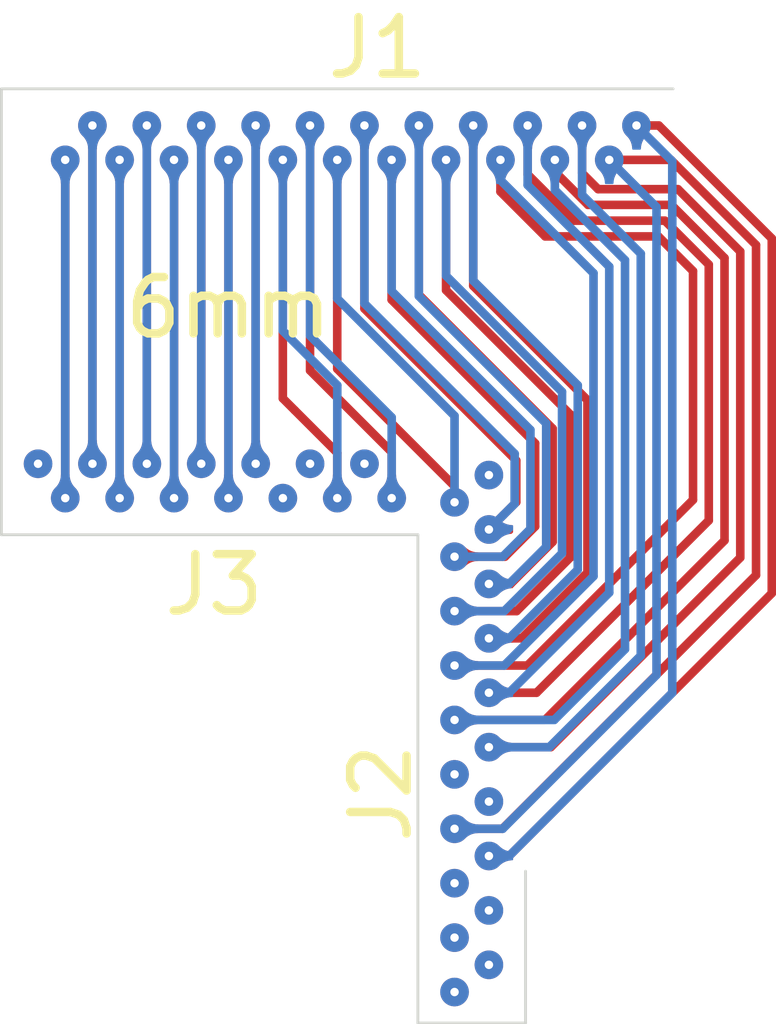
<source format=kicad_pcb>
(kicad_pcb (version 20171130) (host pcbnew "(5.1.0)-1")
  (layers (0 F.Cu signal) (31 B.Cu signal) (34 B.Paste user) (35 F.Paste user) (36 B.SilkS user) (37 F.SilkS user) (38 B.Mask user) (39 F.Mask user) (44 Edge.Cuts user))
  (net 0 "")
  (net 1 /MOSI)
  (net 2 /MISO)
  (net 3 /Status_LED)
  (net 4 /SCK)
  (net 5 /RESET_N)
  (net 6 /TRIGGER0)
  (net 7 /MONITOR0)
  (net 8 /SS_N)
  (net 9 /img_d0)
  (net 10 /img_d2)
  (net 11 /img_d1)
  (net 12 /img_d3)
  (net 13 /CLK_OUT)
  (net 14 /img_d4)
  (net 15 /img_d5)
  (net 16 /img_d7)
  (net 17 /img_d6)
  (net 18 /FRAME_VALID)
  (net 19 /LINE_VALID)
  (net 20 /3V3)
  (net 21 /1V8)
  (net 22 /GND)
  (net 23 "Net-(J2-Pad20)")
  (net 24 "Net-(J2-Pad19)")
  (net 25 "Net-(J2-Pad18)")
  (net 26 "Net-(J2-Pad17)")
  (net 27 "Net-(J2-Pad16)")
  (net 28 /img_d9)
  (net 29 /img_d8)
  (net 30 "Net-(J3-Pad13)")
  (net 31 "Net-(J3-Pad11)")
  (net 32 "Net-(J3-Pad10)")
  (net 33 /VBATT)
  (net 34 "Net-(J2-Pad1)")
  (module .Connector:B2B_Flex_20_Dual_Row_38milx24mil_Hole_10milx20mil (layer F.Cu) (at 35.27884 28.39366 270)
    (fp_text reference J2 (at 5.64234 1.91594 270) (layer F.SilkS))
    (fp_text value Conn_01x20)
    (pad 20 thru_hole circle (at 9.16939 0.6096 270) (size 0.508 0.508) (drill 0.15) (layers *.Cu *.Mask) (net 23 "Net-(J2-Pad20)"))
    (pad 19 thru_hole circle (at 8.686791 0 270) (size 0.508 0.508) (drill 0.15) (layers *.Cu *.Mask) (net 24 "Net-(J2-Pad19)"))
    (pad 18 thru_hole circle (at 8.204191 0.6096 270) (size 0.508 0.508) (drill 0.15) (layers *.Cu *.Mask) (net 25 "Net-(J2-Pad18)"))
    (pad 17 thru_hole circle (at 7.721592 0 270) (size 0.508 0.508) (drill 0.15) (layers *.Cu *.Mask) (net 26 "Net-(J2-Pad17)"))
    (pad 16 thru_hole circle (at 7.238992 0.6096 270) (size 0.508 0.508) (drill 0.15) (layers *.Cu *.Mask) (net 27 "Net-(J2-Pad16)"))
    (pad 15 thru_hole circle (at 6.756393 0 270) (size 0.508 0.508) (drill 0.15) (layers *.Cu *.Mask) (net 19 /LINE_VALID))
    (pad 14 thru_hole circle (at 6.273793 0.6096 270) (size 0.508 0.508) (drill 0.15) (layers *.Cu *.Mask) (net 18 /FRAME_VALID))
    (pad 13 thru_hole circle (at 5.791194 0 270) (size 0.508 0.508) (drill 0.15) (layers *.Cu *.Mask) (net 28 /img_d9))
    (pad 12 thru_hole circle (at 5.308594 0.6096 270) (size 0.508 0.508) (drill 0.15) (layers *.Cu *.Mask) (net 29 /img_d8))
    (pad 11 thru_hole circle (at 4.825995 0 270) (size 0.508 0.508) (drill 0.15) (layers *.Cu *.Mask) (net 17 /img_d6))
    (pad 10 thru_hole circle (at 4.343395 0.6096 270) (size 0.508 0.508) (drill 0.15) (layers *.Cu *.Mask) (net 16 /img_d7))
    (pad 9 thru_hole circle (at 3.860796 0 270) (size 0.508 0.508) (drill 0.15) (layers *.Cu *.Mask) (net 15 /img_d5))
    (pad 8 thru_hole circle (at 3.378196 0.6096 270) (size 0.508 0.508) (drill 0.15) (layers *.Cu *.Mask) (net 14 /img_d4))
    (pad 7 thru_hole circle (at 2.895597 0 270) (size 0.508 0.508) (drill 0.15) (layers *.Cu *.Mask) (net 13 /CLK_OUT))
    (pad 6 thru_hole circle (at 2.412997 0.6096 270) (size 0.508 0.508) (drill 0.15) (layers *.Cu *.Mask) (net 12 /img_d3))
    (pad 5 thru_hole circle (at 1.930398 0 270) (size 0.508 0.508) (drill 0.15) (layers *.Cu *.Mask) (net 11 /img_d1))
    (pad 4 thru_hole circle (at 1.447798 0.6096 270) (size 0.508 0.508) (drill 0.15) (layers *.Cu *.Mask) (net 10 /img_d2))
    (pad 3 thru_hole circle (at 0.965199 0 270) (size 0.508 0.508) (drill 0.15) (layers *.Cu *.Mask) (net 9 /img_d0))
    (pad 2 thru_hole circle (at 0.482599 0.6096 270) (size 0.508 0.508) (drill 0.15) (layers *.Cu *.Mask) (net 21 /1V8))
    (pad 1 thru_hole circle (at 0 0 270) (size 0.508 0.508) (drill 0.15) (layers *.Cu *.Mask) (net 34 "Net-(J2-Pad1)"))
  )
  (module .Connector:B2B_Flex_14_Dual_Row_38milx24mil_Hole_10milx20mil (layer F.Cu) (at 27.28038 28.193)
    (fp_text reference J3 (at 3.12342 2.1473) (layer F.SilkS))
    (fp_text value Conn_01x14)
    (pad 14 thru_hole circle (at 6.273793 0.6096) (size 0.508 0.508) (drill 0.15) (layers *.Cu *.Mask) (net 22 /GND))
    (pad 13 thru_hole circle (at 5.791194 0) (size 0.508 0.508) (drill 0.15) (layers *.Cu *.Mask) (net 30 "Net-(J3-Pad13)"))
    (pad 12 thru_hole circle (at 5.308594 0.6096) (size 0.508 0.508) (drill 0.15) (layers *.Cu *.Mask) (net 8 /SS_N))
    (pad 11 thru_hole circle (at 4.825995 0) (size 0.508 0.508) (drill 0.15) (layers *.Cu *.Mask) (net 31 "Net-(J3-Pad11)"))
    (pad 10 thru_hole circle (at 4.343395 0.6096) (size 0.508 0.508) (drill 0.15) (layers *.Cu *.Mask) (net 32 "Net-(J3-Pad10)"))
    (pad 9 thru_hole circle (at 3.860796 0) (size 0.508 0.508) (drill 0.15) (layers *.Cu *.Mask) (net 4 /SCK))
    (pad 8 thru_hole circle (at 3.378196 0.6096) (size 0.508 0.508) (drill 0.15) (layers *.Cu *.Mask) (net 5 /RESET_N))
    (pad 7 thru_hole circle (at 2.895597 0) (size 0.508 0.508) (drill 0.15) (layers *.Cu *.Mask) (net 6 /TRIGGER0))
    (pad 6 thru_hole circle (at 2.412997 0.6096) (size 0.508 0.508) (drill 0.15) (layers *.Cu *.Mask) (net 7 /MONITOR0))
    (pad 5 thru_hole circle (at 1.930398 0) (size 0.508 0.508) (drill 0.15) (layers *.Cu *.Mask) (net 2 /MISO))
    (pad 4 thru_hole circle (at 1.447798 0.6096) (size 0.508 0.508) (drill 0.15) (layers *.Cu *.Mask) (net 1 /MOSI))
    (pad 3 thru_hole circle (at 0.965199 0) (size 0.508 0.508) (drill 0.15) (layers *.Cu *.Mask) (net 20 /3V3))
    (pad 2 thru_hole circle (at 0.482599 0.6096) (size 0.508 0.508) (drill 0.15) (layers *.Cu *.Mask) (net 3 /Status_LED))
    (pad 1 thru_hole circle (at 0 0) (size 0.508 0.508) (drill 0.15) (layers *.Cu *.Mask) (net 33 /VBATT))
  )
  (module .Connector:B2B_Flex_22_Dual_Row_38milx24mil_Hole_10milx20mil (layer F.Cu) (at 37.896793 22.193 180)
    (fp_text reference J1 (at 4.597393 1.3777 180) (layer F.SilkS))
    (fp_text value Conn_01x22)
    (pad 22 thru_hole circle (at 10.134593 -0.6096 180) (size 0.508 0.508) (drill 0.15) (layers *.Cu *.Mask) (net 3 /Status_LED))
    (pad 21 thru_hole circle (at 9.651994 0 180) (size 0.508 0.508) (drill 0.15) (layers *.Cu *.Mask) (net 20 /3V3))
    (pad 1 thru_hole circle (at 0 0 180) (size 0.508 0.508) (drill 0.15) (layers *.Cu *.Mask) (net 19 /LINE_VALID))
    (pad 2 thru_hole circle (at 0.482599 -0.6096 180) (size 0.508 0.508) (drill 0.15) (layers *.Cu *.Mask) (net 18 /FRAME_VALID))
    (pad 3 thru_hole circle (at 0.965199 0 180) (size 0.508 0.508) (drill 0.15) (layers *.Cu *.Mask) (net 17 /img_d6))
    (pad 4 thru_hole circle (at 1.447798 -0.6096 180) (size 0.508 0.508) (drill 0.15) (layers *.Cu *.Mask) (net 16 /img_d7))
    (pad 5 thru_hole circle (at 1.930398 0 180) (size 0.508 0.508) (drill 0.15) (layers *.Cu *.Mask) (net 15 /img_d5))
    (pad 6 thru_hole circle (at 2.412997 -0.6096 180) (size 0.508 0.508) (drill 0.15) (layers *.Cu *.Mask) (net 14 /img_d4))
    (pad 7 thru_hole circle (at 2.895597 0 180) (size 0.508 0.508) (drill 0.15) (layers *.Cu *.Mask) (net 13 /CLK_OUT))
    (pad 8 thru_hole circle (at 3.378196 -0.6096 180) (size 0.508 0.508) (drill 0.15) (layers *.Cu *.Mask) (net 12 /img_d3))
    (pad 9 thru_hole circle (at 3.860796 0 180) (size 0.508 0.508) (drill 0.15) (layers *.Cu *.Mask) (net 11 /img_d1))
    (pad 10 thru_hole circle (at 4.343395 -0.6096 180) (size 0.508 0.508) (drill 0.15) (layers *.Cu *.Mask) (net 10 /img_d2))
    (pad 11 thru_hole circle (at 4.825995 0 180) (size 0.508 0.508) (drill 0.15) (layers *.Cu *.Mask) (net 9 /img_d0))
    (pad 12 thru_hole circle (at 5.308594 -0.6096 180) (size 0.508 0.508) (drill 0.15) (layers *.Cu *.Mask) (net 21 /1V8))
    (pad 13 thru_hole circle (at 5.791194 0 180) (size 0.508 0.508) (drill 0.15) (layers *.Cu *.Mask) (net 22 /GND))
    (pad 14 thru_hole circle (at 6.273793 -0.6096 180) (size 0.508 0.508) (drill 0.15) (layers *.Cu *.Mask) (net 8 /SS_N))
    (pad 15 thru_hole circle (at 6.756393 0 180) (size 0.508 0.508) (drill 0.15) (layers *.Cu *.Mask) (net 4 /SCK))
    (pad 16 thru_hole circle (at 7.238992 -0.6096 180) (size 0.508 0.508) (drill 0.15) (layers *.Cu *.Mask) (net 5 /RESET_N))
    (pad 17 thru_hole circle (at 7.721592 0 180) (size 0.508 0.508) (drill 0.15) (layers *.Cu *.Mask) (net 6 /TRIGGER0))
    (pad 18 thru_hole circle (at 8.204191 -0.6096 180) (size 0.508 0.508) (drill 0.15) (layers *.Cu *.Mask) (net 7 /MONITOR0))
    (pad 19 thru_hole circle (at 8.686791 0 180) (size 0.508 0.508) (drill 0.15) (layers *.Cu *.Mask) (net 2 /MISO))
    (pad 20 thru_hole circle (at 9.16939 -0.6096 180) (size 0.508 0.508) (drill 0.15) (layers *.Cu *.Mask) (net 1 /MOSI))
  )
  (gr_text 6mm (at 30.6578 25.4254) (layer F.SilkS) (effects (font (size 1 1))))
  (gr_line (start 26.63038 29.4526) (end 34.01924 29.4526) (layer Edge.Cuts) (width 0.05))
  (gr_line (start 26.63038 21.543) (end 26.63038 29.4526) (layer Edge.Cuts) (width 0.05))
  (gr_line (start 38.546793 21.543) (end 26.63038 21.543) (layer Edge.Cuts) (width 0.05))
  (gr_line (start 35.92884 38.11305) (end 35.92884 35.4203) (layer Edge.Cuts) (width 0.05))
  (gr_line (start 34.01924 38.11305) (end 35.92884 38.11305) (layer Edge.Cuts) (width 0.05))
  (gr_line (start 34.01924 29.4526) (end 34.01924 38.11305) (layer Edge.Cuts) (width 0.05))
  (segment (start 28.728178 22.803375) (end 28.727403 22.8026) (width 0.1524) (layer B.Cu) (net 1))
  (segment (start 28.728178 28.8026) (end 28.728178 22.803375) (width 0.1524) (layer F.Cu) (net 1))
  (segment (start 28.727403 28.801825) (end 28.728178 28.8026) (width 0.1524) (layer B.Cu) (net 1))
  (segment (start 28.727403 22.8026) (end 28.727403 28.801825) (width 0.1524) (layer B.Cu) (net 1))
  (segment (start 29.210778 22.193776) (end 29.210002 22.193) (width 0.1524) (layer B.Cu) (net 2))
  (segment (start 29.210778 28.193) (end 29.210778 22.193776) (width 0.1524) (layer F.Cu) (net 2))
  (segment (start 29.210002 28.192224) (end 29.210778 28.193) (width 0.1524) (layer B.Cu) (net 2))
  (segment (start 29.210002 22.193) (end 29.210002 28.192224) (width 0.1524) (layer B.Cu) (net 2))
  (segment (start 27.762979 22.803379) (end 27.7622 22.8026) (width 0.1524) (layer B.Cu) (net 3))
  (segment (start 27.762979 28.8026) (end 27.762979 22.803379) (width 0.1524) (layer F.Cu) (net 3))
  (segment (start 27.7622 28.801821) (end 27.762979 28.8026) (width 0.1524) (layer B.Cu) (net 3))
  (segment (start 31.141176 22.193776) (end 31.1404 22.193) (width 0.1524) (layer B.Cu) (net 4))
  (segment (start 31.141176 28.193) (end 31.141176 22.193776) (width 0.1524) (layer F.Cu) (net 4))
  (segment (start 31.1404 28.192224) (end 31.141176 28.193) (width 0.1524) (layer B.Cu) (net 4))
  (segment (start 31.1404 22.193) (end 31.1404 28.192224) (width 0.1524) (layer B.Cu) (net 4))
  (segment (start 30.658576 22.803375) (end 30.657801 22.8026) (width 0.1524) (layer B.Cu) (net 5))
  (segment (start 30.658576 28.8026) (end 30.658576 22.803375) (width 0.1524) (layer F.Cu) (net 5))
  (segment (start 30.657801 28.801825) (end 30.658576 28.8026) (width 0.1524) (layer B.Cu) (net 5))
  (segment (start 30.657801 22.8026) (end 30.657801 28.801825) (width 0.1524) (layer B.Cu) (net 5))
  (segment (start 30.175977 22.193776) (end 30.175201 22.193) (width 0.1524) (layer B.Cu) (net 6))
  (segment (start 30.175977 28.193) (end 30.175977 22.193776) (width 0.1524) (layer F.Cu) (net 6))
  (segment (start 30.175201 28.192224) (end 30.175977 28.193) (width 0.1524) (layer B.Cu) (net 6))
  (segment (start 30.175201 22.193) (end 30.175201 28.192224) (width 0.1524) (layer B.Cu) (net 6))
  (segment (start 29.693377 22.803375) (end 29.692602 22.8026) (width 0.1524) (layer B.Cu) (net 7))
  (segment (start 29.693377 28.8026) (end 29.693377 22.803375) (width 0.1524) (layer F.Cu) (net 7))
  (segment (start 29.692602 28.801825) (end 29.693377 28.8026) (width 0.1524) (layer B.Cu) (net 7))
  (segment (start 29.692602 22.8026) (end 29.692602 28.801825) (width 0.1524) (layer B.Cu) (net 7))
  (segment (start 32.588974 27.999194) (end 32.588974 28.44339) (width 0.1524) (layer F.Cu) (net 8))
  (segment (start 32.588974 28.44339) (end 32.588974 28.8026) (width 0.1524) (layer F.Cu) (net 8))
  (segment (start 31.623 22.8026) (end 31.623 27.03322) (width 0.1524) (layer F.Cu) (net 8))
  (segment (start 31.83509 27.24531) (end 32.588974 27.999194) (width 0.1524) (layer F.Cu) (net 8))
  (segment (start 31.623 27.03322) (end 31.83509 27.24531) (width 0.1524) (layer F.Cu) (net 8))
  (segment (start 32.588974 26.800314) (end 32.588974 28.8026) (width 0.1524) (layer B.Cu) (net 8))
  (segment (start 31.623 22.8026) (end 31.623 25.83434) (width 0.1524) (layer B.Cu) (net 8))
  (segment (start 31.623 25.83434) (end 32.588974 26.800314) (width 0.1524) (layer B.Cu) (net 8))
  (segment (start 35.532839 29.10486) (end 35.27884 29.358859) (width 0.1524) (layer F.Cu) (net 9))
  (segment (start 35.764374 28.873325) (end 35.532839 29.10486) (width 0.1524) (layer F.Cu) (net 9))
  (segment (start 35.764374 28.13531) (end 35.764374 28.873325) (width 0.1524) (layer F.Cu) (net 9))
  (segment (start 33.070798 22.193) (end 33.070798 25.441734) (width 0.1524) (layer F.Cu) (net 9))
  (segment (start 33.070798 25.441734) (end 35.764374 28.13531) (width 0.1524) (layer F.Cu) (net 9))
  (segment (start 35.532839 29.10486) (end 35.27884 29.358859) (width 0.1524) (layer B.Cu) (net 9))
  (segment (start 35.736041 28.901658) (end 35.532839 29.10486) (width 0.1524) (layer B.Cu) (net 9))
  (segment (start 35.736041 28.015537) (end 35.736041 28.901658) (width 0.1524) (layer B.Cu) (net 9))
  (segment (start 33.070798 22.193) (end 33.070798 25.350294) (width 0.1524) (layer B.Cu) (net 9))
  (segment (start 33.070798 25.350294) (end 35.736041 28.015537) (width 0.1524) (layer B.Cu) (net 9))
  (segment (start 35.563085 29.841458) (end 34.66924 29.841458) (width 0.1524) (layer F.Cu) (net 10))
  (segment (start 36.098869 29.305674) (end 35.563085 29.841458) (width 0.1524) (layer F.Cu) (net 10))
  (segment (start 36.098869 27.829712) (end 36.098869 29.305674) (width 0.1524) (layer F.Cu) (net 10))
  (segment (start 33.553398 22.8026) (end 33.553398 25.284241) (width 0.1524) (layer F.Cu) (net 10))
  (segment (start 33.553398 25.284241) (end 36.098869 27.829712) (width 0.1524) (layer F.Cu) (net 10))
  (segment (start 35.02845 29.841458) (end 34.66924 29.841458) (width 0.1524) (layer B.Cu) (net 10))
  (segment (start 35.523696 29.841458) (end 35.02845 29.841458) (width 0.1524) (layer B.Cu) (net 10))
  (segment (start 36.01545 29.349704) (end 35.523696 29.841458) (width 0.1524) (layer B.Cu) (net 10))
  (segment (start 36.01545 27.59281) (end 36.01545 29.349704) (width 0.1524) (layer B.Cu) (net 10))
  (segment (start 33.553398 22.8026) (end 33.553398 25.130758) (width 0.1524) (layer B.Cu) (net 10))
  (segment (start 33.553398 25.130758) (end 36.01545 27.59281) (width 0.1524) (layer B.Cu) (net 10))
  (segment (start 35.663592 30.324058) (end 35.27884 30.324058) (width 0.1524) (layer F.Cu) (net 11))
  (segment (start 36.410365 29.577285) (end 35.663592 30.324058) (width 0.1524) (layer F.Cu) (net 11))
  (segment (start 36.410365 27.569493) (end 36.410365 29.577285) (width 0.1524) (layer F.Cu) (net 11))
  (segment (start 34.035997 22.193) (end 34.035997 25.195125) (width 0.1524) (layer F.Cu) (net 11))
  (segment (start 34.035997 25.195125) (end 36.410365 27.569493) (width 0.1524) (layer F.Cu) (net 11))
  (segment (start 35.63805 30.324058) (end 35.27884 30.324058) (width 0.1524) (layer B.Cu) (net 11))
  (segment (start 36.29486 29.667248) (end 35.63805 30.324058) (width 0.1524) (layer B.Cu) (net 11))
  (segment (start 36.29486 27.477075) (end 36.29486 29.667248) (width 0.1524) (layer B.Cu) (net 11))
  (segment (start 34.035997 22.193) (end 34.035997 25.218213) (width 0.1524) (layer B.Cu) (net 11))
  (segment (start 34.035997 25.218213) (end 36.29486 27.477075) (width 0.1524) (layer B.Cu) (net 11))
  (segment (start 35.770919 30.806657) (end 34.66924 30.806657) (width 0.1524) (layer F.Cu) (net 12))
  (segment (start 36.719486 29.85809) (end 35.770919 30.806657) (width 0.1524) (layer F.Cu) (net 12))
  (segment (start 36.719486 27.315368) (end 36.719486 29.85809) (width 0.1524) (layer F.Cu) (net 12))
  (segment (start 34.518597 22.8026) (end 34.518597 25.114479) (width 0.1524) (layer F.Cu) (net 12))
  (segment (start 34.518597 25.114479) (end 36.719486 27.315368) (width 0.1524) (layer F.Cu) (net 12))
  (segment (start 35.02845 30.806657) (end 34.66924 30.806657) (width 0.1524) (layer B.Cu) (net 12))
  (segment (start 35.550596 30.806657) (end 35.02845 30.806657) (width 0.1524) (layer B.Cu) (net 12))
  (segment (start 36.576 29.781253) (end 35.550596 30.806657) (width 0.1524) (layer B.Cu) (net 12))
  (segment (start 36.576 26.91638) (end 36.576 29.781253) (width 0.1524) (layer B.Cu) (net 12))
  (segment (start 34.518597 22.8026) (end 34.518597 24.858977) (width 0.1524) (layer B.Cu) (net 12))
  (segment (start 34.518597 24.858977) (end 36.576 26.91638) (width 0.1524) (layer B.Cu) (net 12))
  (segment (start 35.861194 31.289257) (end 35.27884 31.289257) (width 0.1524) (layer F.Cu) (net 13))
  (segment (start 37.027066 30.123385) (end 35.861194 31.289257) (width 0.1524) (layer F.Cu) (net 13))
  (segment (start 37.027066 27.063937) (end 37.027066 30.123385) (width 0.1524) (layer F.Cu) (net 13))
  (segment (start 35.001196 22.193) (end 35.001196 25.038067) (width 0.1524) (layer F.Cu) (net 13))
  (segment (start 35.001196 25.038067) (end 37.027066 27.063937) (width 0.1524) (layer F.Cu) (net 13))
  (segment (start 35.63805 31.289257) (end 35.27884 31.289257) (width 0.1524) (layer B.Cu) (net 13))
  (segment (start 36.85541 30.071897) (end 35.63805 31.289257) (width 0.1524) (layer B.Cu) (net 13))
  (segment (start 36.85541 26.800645) (end 36.85541 30.071897) (width 0.1524) (layer B.Cu) (net 13))
  (segment (start 35.001196 22.193) (end 35.001196 24.946432) (width 0.1524) (layer B.Cu) (net 13))
  (segment (start 35.001196 24.946432) (end 36.85541 26.800645) (width 0.1524) (layer B.Cu) (net 13))
  (segment (start 35.02845 31.771856) (end 34.66924 31.771856) (width 0.1524) (layer B.Cu) (net 14))
  (segment (start 35.550596 31.771856) (end 35.02845 31.771856) (width 0.1524) (layer B.Cu) (net 14))
  (segment (start 37.13482 30.187632) (end 35.550596 31.771856) (width 0.1524) (layer B.Cu) (net 14))
  (segment (start 37.13482 24.812834) (end 37.13482 30.187632) (width 0.1524) (layer B.Cu) (net 14))
  (segment (start 35.483796 22.8026) (end 35.483796 23.16181) (width 0.1524) (layer B.Cu) (net 14))
  (segment (start 35.483796 23.16181) (end 37.13482 24.812834) (width 0.1524) (layer B.Cu) (net 14))
  (segment (start 39.179511 29.198734) (end 36.123789 32.254456) (width 0.1524) (layer F.Cu) (net 15))
  (segment (start 35.63805 32.254456) (end 35.27884 32.254456) (width 0.1524) (layer F.Cu) (net 15))
  (segment (start 36.123789 32.254456) (end 35.63805 32.254456) (width 0.1524) (layer F.Cu) (net 15))
  (segment (start 38.401156 23.88107) (end 39.179511 24.659425) (width 0.1524) (layer F.Cu) (net 15))
  (segment (start 39.179511 24.659425) (end 39.179511 29.198734) (width 0.1524) (layer F.Cu) (net 15))
  (segment (start 36.78592 23.881069) (end 38.401156 23.88107) (width 0.1524) (layer F.Cu) (net 15))
  (segment (start 35.966395 23.061544) (end 36.78592 23.881069) (width 0.1524) (layer F.Cu) (net 15))
  (segment (start 35.966395 22.193) (end 35.966395 23.061544) (width 0.1524) (layer F.Cu) (net 15))
  (segment (start 35.63805 32.254456) (end 35.27884 32.254456) (width 0.1524) (layer B.Cu) (net 15))
  (segment (start 37.41423 30.478276) (end 35.63805 32.254456) (width 0.1524) (layer B.Cu) (net 15))
  (segment (start 37.41423 24.697099) (end 37.41423 30.478276) (width 0.1524) (layer B.Cu) (net 15))
  (segment (start 35.966395 22.193) (end 35.966395 23.249265) (width 0.1524) (layer B.Cu) (net 15))
  (segment (start 35.966395 23.249265) (end 37.41423 24.697099) (width 0.1524) (layer B.Cu) (net 15))
  (segment (start 36.274745 32.737055) (end 35.02845 32.737055) (width 0.1524) (layer F.Cu) (net 16))
  (segment (start 38.516892 23.60166) (end 39.458922 24.54369) (width 0.1524) (layer F.Cu) (net 16))
  (segment (start 39.458921 29.552879) (end 36.274745 32.737055) (width 0.1524) (layer F.Cu) (net 16))
  (segment (start 35.02845 32.737055) (end 34.66924 32.737055) (width 0.1524) (layer F.Cu) (net 16))
  (segment (start 39.458922 24.54369) (end 39.458921 29.552879) (width 0.1524) (layer F.Cu) (net 16))
  (segment (start 37.038259 23.601659) (end 38.516892 23.60166) (width 0.1524) (layer F.Cu) (net 16))
  (segment (start 36.448995 23.012395) (end 37.038259 23.601659) (width 0.1524) (layer F.Cu) (net 16))
  (segment (start 36.448995 22.8026) (end 36.448995 23.012395) (width 0.1524) (layer F.Cu) (net 16))
  (segment (start 39.738332 24.427956) (end 39.738331 29.857669) (width 0.1524) (layer F.Cu) (net 17))
  (segment (start 36.931594 23.037794) (end 37.216049 23.322249) (width 0.1524) (layer F.Cu) (net 17))
  (segment (start 39.738331 29.857669) (end 36.376345 33.219655) (width 0.1524) (layer F.Cu) (net 17))
  (segment (start 36.376345 33.219655) (end 35.63805 33.219655) (width 0.1524) (layer F.Cu) (net 17))
  (segment (start 36.931594 22.193) (end 36.931594 23.037794) (width 0.1524) (layer F.Cu) (net 17))
  (segment (start 37.216049 23.322249) (end 38.632628 23.32225) (width 0.1524) (layer F.Cu) (net 17))
  (segment (start 35.63805 33.219655) (end 35.27884 33.219655) (width 0.1524) (layer F.Cu) (net 17))
  (segment (start 38.632628 23.32225) (end 39.738332 24.427956) (width 0.1524) (layer F.Cu) (net 17))
  (segment (start 35.63805 33.219655) (end 35.27884 33.219655) (width 0.1524) (layer B.Cu) (net 17))
  (segment (start 36.350643 33.219655) (end 35.63805 33.219655) (width 0.1524) (layer B.Cu) (net 17))
  (segment (start 37.97305 31.597248) (end 36.350643 33.219655) (width 0.1524) (layer B.Cu) (net 17))
  (segment (start 37.97305 24.465629) (end 37.97305 31.597248) (width 0.1524) (layer B.Cu) (net 17))
  (segment (start 36.931594 22.193) (end 36.931594 23.424175) (width 0.1524) (layer B.Cu) (net 17))
  (segment (start 36.931594 23.424175) (end 37.97305 24.465629) (width 0.1524) (layer B.Cu) (net 17))
  (segment (start 38.50812 22.8026) (end 40.017742 24.312222) (width 0.1524) (layer F.Cu) (net 18))
  (segment (start 40.017741 30.168689) (end 35.518977 34.667453) (width 0.1524) (layer F.Cu) (net 18))
  (segment (start 37.414194 22.8026) (end 38.50812 22.8026) (width 0.1524) (layer F.Cu) (net 18))
  (segment (start 35.518977 34.667453) (end 35.02845 34.667453) (width 0.1524) (layer F.Cu) (net 18))
  (segment (start 35.02845 34.667453) (end 34.66924 34.667453) (width 0.1524) (layer F.Cu) (net 18))
  (segment (start 40.017742 24.312222) (end 40.017741 30.168689) (width 0.1524) (layer F.Cu) (net 18))
  (segment (start 35.02845 34.667453) (end 34.66924 34.667453) (width 0.1524) (layer B.Cu) (net 18))
  (segment (start 35.523696 34.667453) (end 35.02845 34.667453) (width 0.1524) (layer B.Cu) (net 18))
  (segment (start 38.25246 31.938689) (end 35.523696 34.667453) (width 0.1524) (layer B.Cu) (net 18))
  (segment (start 37.414194 22.8026) (end 38.25246 23.640866) (width 0.1524) (layer B.Cu) (net 18))
  (segment (start 38.25246 23.640866) (end 38.25246 31.938689) (width 0.1524) (layer B.Cu) (net 18))
  (segment (start 35.63805 35.150053) (end 35.27884 35.150053) (width 0.1524) (layer F.Cu) (net 19))
  (segment (start 37.896793 22.193) (end 38.293664 22.193) (width 0.1524) (layer F.Cu) (net 19))
  (segment (start 40.297152 24.196488) (end 40.29715 30.490953) (width 0.1524) (layer F.Cu) (net 19))
  (segment (start 40.29715 30.490953) (end 35.63805 35.150053) (width 0.1524) (layer F.Cu) (net 19))
  (segment (start 38.293664 22.193) (end 40.297152 24.196488) (width 0.1524) (layer F.Cu) (net 19))
  (segment (start 35.63805 35.150053) (end 35.27884 35.150053) (width 0.1524) (layer B.Cu) (net 19))
  (segment (start 38.53187 32.256233) (end 35.63805 35.150053) (width 0.1524) (layer B.Cu) (net 19))
  (segment (start 37.896793 22.193) (end 38.53187 22.828077) (width 0.1524) (layer B.Cu) (net 19))
  (segment (start 38.53187 22.828077) (end 38.53187 32.256233) (width 0.1524) (layer B.Cu) (net 19))
  (segment (start 28.245579 22.19378) (end 28.244799 22.193) (width 0.1524) (layer B.Cu) (net 20))
  (segment (start 28.245579 28.193) (end 28.245579 22.19378) (width 0.1524) (layer F.Cu) (net 20))
  (segment (start 28.244799 28.19222) (end 28.245579 28.193) (width 0.1524) (layer B.Cu) (net 20))
  (segment (start 28.244799 22.193) (end 28.244799 28.19222) (width 0.1524) (layer B.Cu) (net 20))
  (segment (start 34.66924 28.59102) (end 34.66924 28.876259) (width 0.1524) (layer F.Cu) (net 21))
  (segment (start 32.588199 22.8026) (end 32.588199 26.509979) (width 0.1524) (layer F.Cu) (net 21))
  (segment (start 32.588199 26.509979) (end 34.66924 28.59102) (width 0.1524) (layer F.Cu) (net 21))
  (segment (start 34.66924 27.34388) (end 34.66924 28.876259) (width 0.1524) (layer B.Cu) (net 21))
  (segment (start 32.588199 22.8026) (end 32.588199 25.262839) (width 0.1524) (layer B.Cu) (net 21))
  (segment (start 32.588199 25.262839) (end 34.66924 27.34388) (width 0.1524) (layer B.Cu) (net 21))
  (segment (start 33.554173 28.44339) (end 33.554173 28.8026) (width 0.1524) (layer F.Cu) (net 22))
  (segment (start 33.554173 27.986493) (end 33.554173 28.44339) (width 0.1524) (layer F.Cu) (net 22))
  (segment (start 32.105599 22.193) (end 32.105599 26.537919) (width 0.1524) (layer F.Cu) (net 22))
  (segment (start 32.105599 26.537919) (end 33.554173 27.986493) (width 0.1524) (layer F.Cu) (net 22))
  (segment (start 33.554173 28.44339) (end 33.554173 28.8026) (width 0.1524) (layer B.Cu) (net 22))
  (segment (start 33.554173 27.370369) (end 33.554173 28.44339) (width 0.1524) (layer B.Cu) (net 22))
  (segment (start 32.105599 22.193) (end 32.105599 25.921795) (width 0.1524) (layer B.Cu) (net 22))
  (segment (start 32.105599 25.921795) (end 33.554173 27.370369) (width 0.1524) (layer B.Cu) (net 22))
  (segment (start 27.7622 23.14448) (end 27.7622 28.801821) (width 0.1524) (layer B.Cu) (net 3))
  (segment (start 27.7622 22.8026) (end 27.7622 23.14448) (width 0.1524) (layer B.Cu) (net 3))
  (segment (start 35.483796 23.36669) (end 36.277586 24.16048) (width 0.1524) (layer F.Cu) (net 14))
  (segment (start 35.961702 31.771856) (end 34.66924 31.771856) (width 0.1524) (layer F.Cu) (net 14))
  (segment (start 35.483796 22.8026) (end 35.483796 23.36669) (width 0.1524) (layer F.Cu) (net 14))
  (segment (start 36.277586 24.16048) (end 38.28542 24.16048) (width 0.1524) (layer F.Cu) (net 14))
  (segment (start 38.28542 24.16048) (end 38.9001 24.77516) (width 0.1524) (layer F.Cu) (net 14))
  (segment (start 38.9001 24.77516) (end 38.9001 28.833458) (width 0.1524) (layer F.Cu) (net 14))
  (segment (start 38.9001 28.833458) (end 35.961702 31.771856) (width 0.1524) (layer F.Cu) (net 14))
  (segment (start 35.146985 32.737055) (end 34.66924 32.737055) (width 0.1524) (layer B.Cu) (net 16))
  (segment (start 36.438098 32.737055) (end 35.146985 32.737055) (width 0.1524) (layer B.Cu) (net 16))
  (segment (start 37.69364 31.481513) (end 36.438098 32.737055) (width 0.1524) (layer B.Cu) (net 16))
  (segment (start 37.69364 24.581364) (end 37.69364 31.481513) (width 0.1524) (layer B.Cu) (net 16))
  (segment (start 36.448995 22.8026) (end 36.448995 23.336721) (width 0.1524) (layer B.Cu) (net 16))
  (segment (start 36.448995 23.336721) (end 37.69364 24.581364) (width 0.1524) (layer B.Cu) (net 16))
  (zone (net 3) (net_name /Status_LED) (layer F.Cu) (priority 100) (connect_pads yes (clearance 0.127)) (min_thickness 0.0254) (fill yes (arc_segments 32) (thermal_gap 0.508) (thermal_bridge_width 0.508))
    (polygon (pts (xy 27.8388 23.231975) (xy 27.839816 23.202809) (xy 27.842864 23.174617) (xy 27.847944 23.147398) (xy 27.855056 23.121152) (xy 27.8642 23.09588) (xy 27.875376 23.071582) (xy 27.888584 23.048257) (xy 27.903824 23.025906) (xy 27.921096 23.004528) (xy 27.9404 22.984123) (xy 27.7626 22.675731) (xy 27.5848 22.984123) (xy 27.604104 23.004528) (xy 27.621376 23.025906) (xy 27.636616 23.048257) (xy 27.649824 23.071582) (xy 27.661 23.09588) (xy 27.670144 23.121152) (xy 27.677256 23.147398) (xy 27.682336 23.174617) (xy 27.685384 23.202809) (xy 27.6864 23.231975)))
  )
  (zone (net 20) (net_name /3V3) (layer F.Cu) (priority 100) (connect_pads yes (clearance 0.127)) (min_thickness 0.0254) (fill yes (arc_segments 32) (thermal_gap 0.508) (thermal_bridge_width 0.508))
    (polygon (pts (xy 28.322524 22.621997) (xy 28.32354 22.592831) (xy 28.326588 22.564639) (xy 28.331668 22.53742) (xy 28.33878 22.511174) (xy 28.347924 22.485902) (xy 28.3591 22.461604) (xy 28.372308 22.438279) (xy 28.387548 22.415928) (xy 28.40482 22.39455) (xy 28.424124 22.374145) (xy 28.246324 22.065753) (xy 28.068524 22.374145) (xy 28.087828 22.39455) (xy 28.1051 22.415928) (xy 28.12034 22.438279) (xy 28.133548 22.461604) (xy 28.144724 22.485902) (xy 28.153868 22.511174) (xy 28.16098 22.53742) (xy 28.16606 22.564639) (xy 28.169108 22.592831) (xy 28.170124 22.621997)))
  )
  (zone (net 1) (net_name /MOSI) (layer F.Cu) (priority 100) (connect_pads yes (clearance 0.127)) (min_thickness 0.0254) (fill yes (arc_segments 32) (thermal_gap 0.508) (thermal_bridge_width 0.508))
    (polygon (pts (xy 28.804 23.231975) (xy 28.805016 23.202809) (xy 28.808064 23.174617) (xy 28.813144 23.147398) (xy 28.820256 23.121152) (xy 28.8294 23.09588) (xy 28.840576 23.071582) (xy 28.853784 23.048257) (xy 28.869024 23.025906) (xy 28.886296 23.004528) (xy 28.9056 22.984123) (xy 28.7278 22.675731) (xy 28.55 22.984123) (xy 28.569304 23.004528) (xy 28.586576 23.025906) (xy 28.601816 23.048257) (xy 28.615024 23.071582) (xy 28.6262 23.09588) (xy 28.635344 23.121152) (xy 28.642456 23.147398) (xy 28.647536 23.174617) (xy 28.650584 23.202809) (xy 28.6516 23.231975)))
  )
  (zone (net 3) (net_name /Status_LED) (layer B.Cu) (priority 100) (connect_pads yes (clearance 0.127)) (min_thickness 0.0254) (fill yes (arc_segments 32) (thermal_gap 0.508) (thermal_bridge_width 0.508))
    (polygon (pts (xy 27.8388 23.231975) (xy 27.839816 23.202809) (xy 27.842864 23.174617) (xy 27.847944 23.147398) (xy 27.855056 23.121152) (xy 27.8642 23.09588) (xy 27.875376 23.071582) (xy 27.888584 23.048257) (xy 27.903824 23.025906) (xy 27.921096 23.004528) (xy 27.9404 22.984123) (xy 27.7626 22.675731) (xy 27.5848 22.984123) (xy 27.604104 23.004528) (xy 27.621376 23.025906) (xy 27.636616 23.048257) (xy 27.649824 23.071582) (xy 27.661 23.09588) (xy 27.670144 23.121152) (xy 27.677256 23.147398) (xy 27.682336 23.174617) (xy 27.685384 23.202809) (xy 27.6864 23.231975)))
  )
  (zone (net 2) (net_name /MISO) (layer F.Cu) (priority 100) (connect_pads yes (clearance 0.127)) (min_thickness 0.0254) (fill yes (arc_segments 32) (thermal_gap 0.508) (thermal_bridge_width 0.508))
    (polygon (pts (xy 29.285184 22.621997) (xy 29.2862 22.592831) (xy 29.289248 22.564639) (xy 29.294328 22.53742) (xy 29.30144 22.511174) (xy 29.310584 22.485902) (xy 29.32176 22.461604) (xy 29.334968 22.438279) (xy 29.350208 22.415928) (xy 29.36748 22.39455) (xy 29.386784 22.374145) (xy 29.208984 22.065753) (xy 29.031184 22.374145) (xy 29.050488 22.39455) (xy 29.06776 22.415928) (xy 29.083 22.438279) (xy 29.096208 22.461604) (xy 29.107384 22.485902) (xy 29.116528 22.511174) (xy 29.12364 22.53742) (xy 29.12872 22.564639) (xy 29.131768 22.592831) (xy 29.132784 22.621997)))
  )
  (zone (net 7) (net_name /MONITOR0) (layer F.Cu) (priority 100) (connect_pads yes (clearance 0.127)) (min_thickness 0.0254) (fill yes (arc_segments 32) (thermal_gap 0.508) (thermal_bridge_width 0.508))
    (polygon (pts (xy 29.767784 23.231597) (xy 29.7688 23.202431) (xy 29.771848 23.174239) (xy 29.776928 23.14702) (xy 29.78404 23.120774) (xy 29.793184 23.095502) (xy 29.80436 23.071204) (xy 29.817568 23.047879) (xy 29.832808 23.025528) (xy 29.85008 23.00415) (xy 29.869384 22.983745) (xy 29.691584 22.675353) (xy 29.513784 22.983745) (xy 29.533088 23.00415) (xy 29.55036 23.025528) (xy 29.5656 23.047879) (xy 29.578808 23.071204) (xy 29.589984 23.095502) (xy 29.599128 23.120774) (xy 29.60624 23.14702) (xy 29.61132 23.174239) (xy 29.614368 23.202431) (xy 29.615384 23.231597)))
  )
  (zone (net 6) (net_name /TRIGGER0) (layer F.Cu) (priority 100) (connect_pads yes (clearance 0.127)) (min_thickness 0.0254) (fill yes (arc_segments 32) (thermal_gap 0.508) (thermal_bridge_width 0.508))
    (polygon (pts (xy 30.252924 22.621997) (xy 30.25394 22.592831) (xy 30.256988 22.564639) (xy 30.262068 22.53742) (xy 30.26918 22.511174) (xy 30.278324 22.485902) (xy 30.2895 22.461604) (xy 30.302708 22.438279) (xy 30.317948 22.415928) (xy 30.33522 22.39455) (xy 30.354524 22.374145) (xy 30.176724 22.065753) (xy 29.998924 22.374145) (xy 30.018228 22.39455) (xy 30.0355 22.415928) (xy 30.05074 22.438279) (xy 30.063948 22.461604) (xy 30.075124 22.485902) (xy 30.084268 22.511174) (xy 30.09138 22.53742) (xy 30.09646 22.564639) (xy 30.099508 22.592831) (xy 30.100524 22.621997)))
  )
  (zone (net 5) (net_name /RESET_N) (layer F.Cu) (priority 100) (connect_pads yes (clearance 0.127)) (min_thickness 0.0254) (fill yes (arc_segments 32) (thermal_gap 0.508) (thermal_bridge_width 0.508))
    (polygon (pts (xy 30.734 23.231597) (xy 30.73654 23.202431) (xy 30.739588 23.174239) (xy 30.744668 23.14702) (xy 30.75178 23.120774) (xy 30.760924 23.095502) (xy 30.7721 23.071204) (xy 30.785308 23.047879) (xy 30.800548 23.025528) (xy 30.81782 23.00415) (xy 30.837124 22.983745) (xy 30.659324 22.675353) (xy 30.481524 22.983745) (xy 30.500828 23.00415) (xy 30.5181 23.025528) (xy 30.53334 23.047879) (xy 30.546548 23.071204) (xy 30.557724 23.095502) (xy 30.566868 23.120774) (xy 30.57398 23.14702) (xy 30.57906 23.174239) (xy 30.582108 23.202431) (xy 30.5816 23.231597)))
  )
  (zone (net 4) (net_name /SCK) (layer F.Cu) (priority 100) (connect_pads yes (clearance 0.127)) (min_thickness 0.0254) (fill yes (arc_segments 32) (thermal_gap 0.508) (thermal_bridge_width 0.508))
    (polygon (pts (xy 31.218124 22.621997) (xy 31.21914 22.592831) (xy 31.222188 22.564639) (xy 31.227268 22.53742) (xy 31.23438 22.511174) (xy 31.243524 22.485902) (xy 31.2547 22.461604) (xy 31.267908 22.438279) (xy 31.283148 22.415928) (xy 31.30042 22.39455) (xy 31.319724 22.374145) (xy 31.141924 22.065753) (xy 30.964124 22.374145) (xy 30.983428 22.39455) (xy 31.0007 22.415928) (xy 31.01594 22.438279) (xy 31.029148 22.461604) (xy 31.040324 22.485902) (xy 31.049468 22.511174) (xy 31.05658 22.53742) (xy 31.06166 22.564639) (xy 31.064708 22.592831) (xy 31.0642 22.62378)))
  )
  (zone (net 8) (net_name /SS_N) (layer F.Cu) (priority 100) (connect_pads yes (clearance 0.127)) (min_thickness 0.0254) (fill yes (arc_segments 32) (thermal_gap 0.508) (thermal_bridge_width 0.508))
    (polygon (pts (xy 31.6992 23.231597) (xy 31.6992 23.202431) (xy 31.702248 23.174239) (xy 31.707328 23.14702) (xy 31.71444 23.120774) (xy 31.723584 23.095502) (xy 31.73476 23.071204) (xy 31.747968 23.047879) (xy 31.763208 23.025528) (xy 31.78048 23.00415) (xy 31.799784 22.983745) (xy 31.621984 22.675353) (xy 31.444184 22.983745) (xy 31.463488 23.00415) (xy 31.48076 23.025528) (xy 31.496 23.047879) (xy 31.509208 23.071204) (xy 31.520384 23.095502) (xy 31.529528 23.120774) (xy 31.53664 23.14702) (xy 31.54172 23.174239) (xy 31.544768 23.202431) (xy 31.5468 23.231597)))
  )
  (zone (net 22) (net_name /GND) (layer F.Cu) (priority 100) (connect_pads yes (clearance 0.127)) (min_thickness 0.0254) (fill yes (arc_segments 32) (thermal_gap 0.508) (thermal_bridge_width 0.508))
    (polygon (pts (xy 32.1818 22.621997) (xy 32.1818 22.592831) (xy 32.184848 22.564639) (xy 32.189928 22.53742) (xy 32.19704 22.511174) (xy 32.206184 22.485902) (xy 32.21736 22.461604) (xy 32.230568 22.438279) (xy 32.245808 22.415928) (xy 32.26308 22.39455) (xy 32.282384 22.374145) (xy 32.104584 22.065753) (xy 31.926784 22.374145) (xy 31.946088 22.39455) (xy 31.96336 22.415928) (xy 31.9786 22.438279) (xy 31.991808 22.461604) (xy 32.002984 22.485902) (xy 32.012128 22.511174) (xy 32.01924 22.53742) (xy 32.02432 22.564639) (xy 32.027368 22.592831) (xy 32.0294 22.621997)))
  )
  (zone (net 21) (net_name /1V8) (layer F.Cu) (priority 100) (connect_pads yes (clearance 0.127)) (min_thickness 0.0254) (fill yes (arc_segments 32) (thermal_gap 0.508) (thermal_bridge_width 0.508))
    (polygon (pts (xy 32.6644 23.231597) (xy 32.6644 23.202431) (xy 32.667448 23.174239) (xy 32.672528 23.14702) (xy 32.67964 23.120774) (xy 32.688784 23.095502) (xy 32.69996 23.071204) (xy 32.713168 23.047879) (xy 32.728408 23.025528) (xy 32.74568 23.00415) (xy 32.764984 22.983745) (xy 32.587184 22.675353) (xy 32.409384 22.983745) (xy 32.428688 23.00415) (xy 32.44596 23.025528) (xy 32.4612 23.047879) (xy 32.474408 23.071204) (xy 32.485584 23.095502) (xy 32.494728 23.120774) (xy 32.50184 23.14702) (xy 32.50692 23.174239) (xy 32.509968 23.202431) (xy 32.512 23.231597)))
  )
  (zone (net 9) (net_name /img_d0) (layer F.Cu) (priority 100) (connect_pads yes (clearance 0.127)) (min_thickness 0.0254) (fill yes (arc_segments 32) (thermal_gap 0.508) (thermal_bridge_width 0.508))
    (polygon (pts (xy 33.147 22.621997) (xy 33.14954 22.592831) (xy 33.152588 22.564639) (xy 33.157668 22.53742) (xy 33.16478 22.511174) (xy 33.173924 22.485902) (xy 33.1851 22.461604) (xy 33.198308 22.438279) (xy 33.213548 22.415928) (xy 33.23082 22.39455) (xy 33.250124 22.374145) (xy 33.072324 22.065753) (xy 32.894524 22.374145) (xy 32.913828 22.39455) (xy 32.9311 22.415928) (xy 32.94634 22.438279) (xy 32.959548 22.461604) (xy 32.970724 22.485902) (xy 32.979868 22.511174) (xy 32.98698 22.53742) (xy 32.99206 22.564639) (xy 32.9946 22.592831) (xy 32.9946 22.621997)))
  )
  (zone (net 10) (net_name /img_d2) (layer F.Cu) (priority 100) (connect_pads yes (clearance 0.127)) (min_thickness 0.0254) (fill yes (arc_segments 32) (thermal_gap 0.508) (thermal_bridge_width 0.508))
    (polygon (pts (xy 33.6296 23.231597) (xy 33.63214 23.202431) (xy 33.635188 23.174239) (xy 33.640268 23.14702) (xy 33.64738 23.120774) (xy 33.656524 23.095502) (xy 33.6677 23.071204) (xy 33.680908 23.047879) (xy 33.696148 23.025528) (xy 33.71342 23.00415) (xy 33.732724 22.983745) (xy 33.554924 22.675353) (xy 33.377124 22.983745) (xy 33.396428 23.00415) (xy 33.4137 23.025528) (xy 33.42894 23.047879) (xy 33.442148 23.071204) (xy 33.453324 23.095502) (xy 33.462468 23.120774) (xy 33.46958 23.14702) (xy 33.47466 23.174239) (xy 33.4772 23.202431) (xy 33.4772 23.231597)))
  )
  (zone (net 11) (net_name /img_d1) (layer F.Cu) (priority 100) (connect_pads yes (clearance 0.127)) (min_thickness 0.0254) (fill yes (arc_segments 32) (thermal_gap 0.508) (thermal_bridge_width 0.508))
    (polygon (pts (xy 34.1122 22.621997) (xy 34.1122 22.592831) (xy 34.115248 22.564639) (xy 34.120328 22.53742) (xy 34.12744 22.511174) (xy 34.136584 22.485902) (xy 34.14776 22.461604) (xy 34.160968 22.438279) (xy 34.176208 22.415928) (xy 34.19348 22.39455) (xy 34.212784 22.374145) (xy 34.034984 22.065753) (xy 33.857184 22.374145) (xy 33.876488 22.39455) (xy 33.89376 22.415928) (xy 33.909 22.438279) (xy 33.922208 22.461604) (xy 33.933384 22.485902) (xy 33.942528 22.511174) (xy 33.94964 22.53742) (xy 33.95472 22.564639) (xy 33.957768 22.592831) (xy 33.9598 22.621997)))
  )
  (zone (net 12) (net_name /img_d3) (layer F.Cu) (priority 100) (connect_pads yes (clearance 0.127)) (min_thickness 0.0254) (fill yes (arc_segments 32) (thermal_gap 0.508) (thermal_bridge_width 0.508))
    (polygon (pts (xy 34.5948 23.23084) (xy 34.59734 23.202431) (xy 34.600388 23.174239) (xy 34.605468 23.14702) (xy 34.61258 23.120774) (xy 34.621724 23.095502) (xy 34.6329 23.071204) (xy 34.646108 23.047879) (xy 34.661348 23.025528) (xy 34.67862 23.00415) (xy 34.697924 22.983745) (xy 34.520124 22.675353) (xy 34.342324 22.983745) (xy 34.361628 23.00415) (xy 34.3789 23.025528) (xy 34.39414 23.047879) (xy 34.407348 23.071204) (xy 34.418524 23.095502) (xy 34.427668 23.120774) (xy 34.43478 23.14702) (xy 34.43986 23.174239) (xy 34.4424 23.202431) (xy 34.4424 23.231597)))
  )
  (zone (net 13) (net_name /CLK_OUT) (layer F.Cu) (priority 100) (connect_pads yes (clearance 0.127)) (min_thickness 0.0254) (fill yes (arc_segments 32) (thermal_gap 0.508) (thermal_bridge_width 0.508))
    (polygon (pts (xy 35.0774 22.621997) (xy 35.0774 22.592831) (xy 35.080448 22.564639) (xy 35.085528 22.53742) (xy 35.09264 22.511174) (xy 35.101784 22.485902) (xy 35.11296 22.461604) (xy 35.126168 22.438279) (xy 35.141408 22.415928) (xy 35.15868 22.39455) (xy 35.177984 22.374145) (xy 35.000184 22.065753) (xy 34.822384 22.374145) (xy 34.841688 22.39455) (xy 34.85896 22.415928) (xy 34.8742 22.438279) (xy 34.887408 22.461604) (xy 34.898584 22.485902) (xy 34.907728 22.511174) (xy 34.91484 22.53742) (xy 34.91992 22.564639) (xy 34.922968 22.592831) (xy 34.925 22.621997)))
  )
  (zone (net 14) (net_name /img_d4) (layer F.Cu) (priority 100) (connect_pads yes (clearance 0.127)) (min_thickness 0.0254) (fill yes (arc_segments 32) (thermal_gap 0.508) (thermal_bridge_width 0.508))
    (polygon (pts (xy 35.558984 23.231597) (xy 35.56 23.202431) (xy 35.563048 23.174239) (xy 35.568128 23.14702) (xy 35.57524 23.120774) (xy 35.584384 23.095502) (xy 35.59556 23.071204) (xy 35.608768 23.047879) (xy 35.624008 23.025528) (xy 35.64128 23.00415) (xy 35.660584 22.983745) (xy 35.482784 22.675353) (xy 35.304984 22.983745) (xy 35.324288 23.00415) (xy 35.34156 23.025528) (xy 35.3568 23.047879) (xy 35.370008 23.071204) (xy 35.381184 23.095502) (xy 35.390328 23.120774) (xy 35.39744 23.14702) (xy 35.40252 23.174239) (xy 35.405568 23.202431) (xy 35.406584 23.231597)))
  )
  (zone (net 20) (net_name /3V3) (layer B.Cu) (priority 100) (connect_pads yes (clearance 0.127)) (min_thickness 0.0254) (fill yes (arc_segments 32) (thermal_gap 0.508) (thermal_bridge_width 0.508))
    (polygon (pts (xy 28.322524 22.621997) (xy 28.32354 22.592831) (xy 28.326588 22.564639) (xy 28.331668 22.53742) (xy 28.33878 22.511174) (xy 28.347924 22.485902) (xy 28.3591 22.461604) (xy 28.372308 22.438279) (xy 28.387548 22.415928) (xy 28.40482 22.39455) (xy 28.424124 22.374145) (xy 28.246324 22.065753) (xy 28.068524 22.374145) (xy 28.087828 22.39455) (xy 28.1051 22.415928) (xy 28.12034 22.438279) (xy 28.133548 22.461604) (xy 28.144724 22.485902) (xy 28.153868 22.511174) (xy 28.16098 22.53742) (xy 28.16606 22.564639) (xy 28.169108 22.592831) (xy 28.170124 22.621997)))
  )
  (zone (net 15) (net_name /img_d5) (layer F.Cu) (priority 100) (connect_pads yes (clearance 0.127)) (min_thickness 0.0254) (fill yes (arc_segments 32) (thermal_gap 0.508) (thermal_bridge_width 0.508))
    (polygon (pts (xy 36.044124 22.621997) (xy 36.04514 22.592831) (xy 36.048188 22.564639) (xy 36.053268 22.53742) (xy 36.06038 22.511174) (xy 36.069524 22.485902) (xy 36.0807 22.461604) (xy 36.093908 22.438279) (xy 36.109148 22.415928) (xy 36.12642 22.39455) (xy 36.145724 22.374145) (xy 35.967924 22.065753) (xy 35.790124 22.374145) (xy 35.809428 22.39455) (xy 35.8267 22.415928) (xy 35.84194 22.438279) (xy 35.855148 22.461604) (xy 35.866324 22.485902) (xy 35.875468 22.511174) (xy 35.88258 22.53742) (xy 35.88766 22.564639) (xy 35.890708 22.592831) (xy 35.891724 22.621997)))
  )
  (zone (net 16) (net_name /img_d7) (layer F.Cu) (priority 100) (connect_pads yes (clearance 0.127)) (min_thickness 0.0254) (fill yes (arc_segments 32) (thermal_gap 0.508) (thermal_bridge_width 0.508))
    (polygon (pts (xy 36.524184 23.231597) (xy 36.5252 23.202431) (xy 36.528248 23.174239) (xy 36.533328 23.14702) (xy 36.54044 23.120774) (xy 36.549584 23.095502) (xy 36.56076 23.071204) (xy 36.573968 23.047879) (xy 36.589208 23.025528) (xy 36.60648 23.00415) (xy 36.625784 22.983745) (xy 36.447984 22.675353) (xy 36.270184 22.983745) (xy 36.289488 23.00415) (xy 36.30676 23.025528) (xy 36.322 23.047879) (xy 36.335208 23.071204) (xy 36.346384 23.095502) (xy 36.355528 23.120774) (xy 36.36264 23.14702) (xy 36.36772 23.174239) (xy 36.370768 23.202431) (xy 36.371784 23.231597)))
  )
  (zone (net 17) (net_name /img_d6) (layer F.Cu) (priority 100) (connect_pads yes (clearance 0.127)) (min_thickness 0.0254) (fill yes (arc_segments 32) (thermal_gap 0.508) (thermal_bridge_width 0.508))
    (polygon (pts (xy 37.009324 22.621997) (xy 37.01034 22.592831) (xy 37.013388 22.564639) (xy 37.018468 22.53742) (xy 37.02558 22.511174) (xy 37.034724 22.485902) (xy 37.0459 22.461604) (xy 37.059108 22.438279) (xy 37.074348 22.415928) (xy 37.09162 22.39455) (xy 37.110924 22.374145) (xy 36.933124 22.065753) (xy 36.755324 22.374145) (xy 36.774628 22.39455) (xy 36.7919 22.415928) (xy 36.80714 22.438279) (xy 36.820348 22.461604) (xy 36.831524 22.485902) (xy 36.840668 22.511174) (xy 36.84778 22.53742) (xy 36.85286 22.564639) (xy 36.855908 22.592831) (xy 36.856924 22.621997)))
  )
  (zone (net 18) (net_name /FRAME_VALID) (layer F.Cu) (priority 100) (connect_pads yes (clearance 0.127)) (min_thickness 0.0254) (fill yes (arc_segments 32) (thermal_gap 0.508) (thermal_bridge_width 0.508))
    (polygon (pts (xy 37.489384 23.231597) (xy 37.4904 23.202431) (xy 37.493448 23.174239) (xy 37.498528 23.14702) (xy 37.50564 23.120774) (xy 37.514784 23.095502) (xy 37.52596 23.071204) (xy 37.539168 23.047879) (xy 37.554408 23.025528) (xy 37.57168 23.00415) (xy 37.590984 22.983745) (xy 37.413184 22.675353) (xy 37.235384 22.983745) (xy 37.254688 23.00415) (xy 37.27196 23.025528) (xy 37.2872 23.047879) (xy 37.300408 23.071204) (xy 37.311584 23.095502) (xy 37.320728 23.120774) (xy 37.32784 23.14702) (xy 37.33292 23.174239) (xy 37.335968 23.202431) (xy 37.336984 23.231597)))
  )
  (zone (net 19) (net_name /LINE_VALID) (layer F.Cu) (priority 100) (connect_pads yes (clearance 0.127)) (min_thickness 0.0254) (fill yes (arc_segments 32) (thermal_gap 0.508) (thermal_bridge_width 0.508))
    (polygon (pts (xy 37.974524 22.621997) (xy 37.97554 22.592831) (xy 37.978588 22.564639) (xy 37.983668 22.53742) (xy 37.99078 22.511174) (xy 37.999924 22.485902) (xy 38.0111 22.461604) (xy 38.024308 22.438279) (xy 38.039548 22.415928) (xy 38.05682 22.39455) (xy 38.076124 22.374145) (xy 37.898324 22.065753) (xy 37.720524 22.374145) (xy 37.739828 22.39455) (xy 37.7571 22.415928) (xy 37.77234 22.438279) (xy 37.785548 22.461604) (xy 37.796724 22.485902) (xy 37.805868 22.511174) (xy 37.81298 22.53742) (xy 37.81806 22.564639) (xy 37.821108 22.592831) (xy 37.822124 22.621997)))
  )
  (zone (net 22) (net_name /GND) (layer F.Cu) (priority 100) (connect_pads yes (clearance 0.127)) (min_thickness 0.0254) (fill yes (arc_segments 32) (thermal_gap 0.508) (thermal_bridge_width 0.508))
    (polygon (pts (xy 33.478216 28.373583) (xy 33.4772 28.402749) (xy 33.474152 28.430941) (xy 33.469072 28.45816) (xy 33.46196 28.484406) (xy 33.452816 28.509678) (xy 33.44164 28.533976) (xy 33.428432 28.557301) (xy 33.413192 28.579652) (xy 33.39592 28.60103) (xy 33.376616 28.621435) (xy 33.554416 28.929827) (xy 33.732216 28.621435) (xy 33.712912 28.60103) (xy 33.69564 28.579652) (xy 33.6804 28.557301) (xy 33.667192 28.533976) (xy 33.656016 28.509678) (xy 33.646872 28.484406) (xy 33.63976 28.45816) (xy 33.63468 28.430941) (xy 33.631632 28.402749) (xy 33.630616 28.373583)))
  )
  (zone (net 8) (net_name /SS_N) (layer F.Cu) (priority 100) (connect_pads yes (clearance 0.127)) (min_thickness 0.0254) (fill yes (arc_segments 32) (thermal_gap 0.508) (thermal_bridge_width 0.508))
    (polygon (pts (xy 32.513016 28.373583) (xy 32.512 28.402749) (xy 32.508952 28.430941) (xy 32.503872 28.45816) (xy 32.49676 28.484406) (xy 32.487616 28.509678) (xy 32.47644 28.533976) (xy 32.463232 28.557301) (xy 32.447992 28.579652) (xy 32.43072 28.60103) (xy 32.411416 28.621435) (xy 32.589216 28.929827) (xy 32.767016 28.621435) (xy 32.747712 28.60103) (xy 32.73044 28.579652) (xy 32.7152 28.557301) (xy 32.701992 28.533976) (xy 32.690816 28.509678) (xy 32.681672 28.484406) (xy 32.67456 28.45816) (xy 32.66948 28.430941) (xy 32.666432 28.402749) (xy 32.665416 28.373583)))
  )
  (zone (net 4) (net_name /SCK) (layer F.Cu) (priority 100) (connect_pads yes (clearance 0.127)) (min_thickness 0.0254) (fill yes (arc_segments 32) (thermal_gap 0.508) (thermal_bridge_width 0.508))
    (polygon (pts (xy 31.065216 27.763983) (xy 31.0642 27.793149) (xy 31.061152 27.821341) (xy 31.056072 27.84856) (xy 31.04896 27.874806) (xy 31.039816 27.900078) (xy 31.02864 27.924376) (xy 31.015432 27.947701) (xy 31.000192 27.970052) (xy 30.98292 27.99143) (xy 30.963616 28.011835) (xy 31.141416 28.320227) (xy 31.319216 28.011835) (xy 31.299912 27.99143) (xy 31.28264 27.970052) (xy 31.2674 27.947701) (xy 31.254192 27.924376) (xy 31.243016 27.900078) (xy 31.233872 27.874806) (xy 31.22676 27.84856) (xy 31.22168 27.821341) (xy 31.218632 27.793149) (xy 31.217616 27.763983)))
  )
  (zone (net 5) (net_name /RESET_N) (layer F.Cu) (priority 100) (connect_pads yes (clearance 0.127)) (min_thickness 0.0254) (fill yes (arc_segments 32) (thermal_gap 0.508) (thermal_bridge_width 0.508))
    (polygon (pts (xy 30.582616 28.373583) (xy 30.5816 28.402749) (xy 30.578552 28.430941) (xy 30.573472 28.45816) (xy 30.56636 28.484406) (xy 30.557216 28.509678) (xy 30.54604 28.533976) (xy 30.532832 28.557301) (xy 30.517592 28.579652) (xy 30.50032 28.60103) (xy 30.481016 28.621435) (xy 30.658816 28.929827) (xy 30.836616 28.621435) (xy 30.817312 28.60103) (xy 30.80004 28.579652) (xy 30.7848 28.557301) (xy 30.771592 28.533976) (xy 30.760416 28.509678) (xy 30.751272 28.484406) (xy 30.74416 28.45816) (xy 30.73908 28.430941) (xy 30.736032 28.402749) (xy 30.735016 28.373583)))
  )
  (zone (net 6) (net_name /TRIGGER0) (layer F.Cu) (priority 100) (connect_pads yes (clearance 0.127)) (min_thickness 0.0254) (fill yes (arc_segments 32) (thermal_gap 0.508) (thermal_bridge_width 0.508))
    (polygon (pts (xy 30.100016 27.763983) (xy 30.099 27.793149) (xy 30.095952 27.821341) (xy 30.090872 27.84856) (xy 30.08376 27.874806) (xy 30.074616 27.900078) (xy 30.06344 27.924376) (xy 30.050232 27.947701) (xy 30.034992 27.970052) (xy 30.01772 27.99143) (xy 29.998416 28.011835) (xy 30.176216 28.320227) (xy 30.354016 28.011835) (xy 30.334712 27.99143) (xy 30.31744 27.970052) (xy 30.3022 27.947701) (xy 30.288992 27.924376) (xy 30.277816 27.900078) (xy 30.268672 27.874806) (xy 30.26156 27.84856) (xy 30.25648 27.821341) (xy 30.253432 27.793149) (xy 30.252416 27.763983)))
  )
  (zone (net 7) (net_name /MONITOR0) (layer F.Cu) (priority 100) (connect_pads yes (clearance 0.127)) (min_thickness 0.0254) (fill yes (arc_segments 32) (thermal_gap 0.508) (thermal_bridge_width 0.508))
    (polygon (pts (xy 29.617416 28.373583) (xy 29.6164 28.402749) (xy 29.613352 28.430941) (xy 29.608272 28.45816) (xy 29.60116 28.484406) (xy 29.592016 28.509678) (xy 29.58084 28.533976) (xy 29.567632 28.557301) (xy 29.552392 28.579652) (xy 29.53512 28.60103) (xy 29.515816 28.621435) (xy 29.693616 28.929827) (xy 29.871416 28.621435) (xy 29.852112 28.60103) (xy 29.83484 28.579652) (xy 29.8196 28.557301) (xy 29.806392 28.533976) (xy 29.795216 28.509678) (xy 29.786072 28.484406) (xy 29.77896 28.45816) (xy 29.77388 28.430941) (xy 29.770832 28.402749) (xy 29.769816 28.373583)))
  )
  (zone (net 2) (net_name /MISO) (layer F.Cu) (priority 100) (connect_pads yes (clearance 0.127)) (min_thickness 0.0254) (fill yes (arc_segments 32) (thermal_gap 0.508) (thermal_bridge_width 0.508))
    (polygon (pts (xy 29.134816 27.763983) (xy 29.1338 27.793149) (xy 29.130752 27.821341) (xy 29.125672 27.84856) (xy 29.11856 27.874806) (xy 29.109416 27.900078) (xy 29.09824 27.924376) (xy 29.085032 27.947701) (xy 29.069792 27.970052) (xy 29.05252 27.99143) (xy 29.033216 28.011835) (xy 29.211016 28.320227) (xy 29.388816 28.011835) (xy 29.369512 27.99143) (xy 29.35224 27.970052) (xy 29.337 27.947701) (xy 29.323792 27.924376) (xy 29.312616 27.900078) (xy 29.303472 27.874806) (xy 29.29636 27.84856) (xy 29.29128 27.821341) (xy 29.288232 27.793149) (xy 29.287216 27.763983)))
  )
  (zone (net 1) (net_name /MOSI) (layer F.Cu) (priority 100) (connect_pads yes (clearance 0.127)) (min_thickness 0.0254) (fill yes (arc_segments 32) (thermal_gap 0.508) (thermal_bridge_width 0.508))
    (polygon (pts (xy 28.652216 28.373583) (xy 28.6512 28.402749) (xy 28.648152 28.430941) (xy 28.643072 28.45816) (xy 28.63596 28.484406) (xy 28.626816 28.509678) (xy 28.61564 28.533976) (xy 28.602432 28.557301) (xy 28.587192 28.579652) (xy 28.56992 28.60103) (xy 28.550616 28.621435) (xy 28.728416 28.929827) (xy 28.906216 28.621435) (xy 28.886912 28.60103) (xy 28.86964 28.579652) (xy 28.8544 28.557301) (xy 28.841192 28.533976) (xy 28.830016 28.509678) (xy 28.820872 28.484406) (xy 28.81376 28.45816) (xy 28.80868 28.430941) (xy 28.805632 28.402749) (xy 28.804616 28.373583)))
  )
  (zone (net 20) (net_name /3V3) (layer F.Cu) (priority 100) (connect_pads yes (clearance 0.127)) (min_thickness 0.0254) (fill yes (arc_segments 32) (thermal_gap 0.508) (thermal_bridge_width 0.508))
    (polygon (pts (xy 28.169616 27.763983) (xy 28.1686 27.793149) (xy 28.165552 27.821341) (xy 28.160472 27.84856) (xy 28.15336 27.874806) (xy 28.144216 27.900078) (xy 28.13304 27.924376) (xy 28.119832 27.947701) (xy 28.104592 27.970052) (xy 28.08732 27.99143) (xy 28.068016 28.011835) (xy 28.245816 28.320227) (xy 28.423616 28.011835) (xy 28.404312 27.99143) (xy 28.38704 27.970052) (xy 28.3718 27.947701) (xy 28.358592 27.924376) (xy 28.347416 27.900078) (xy 28.338272 27.874806) (xy 28.33116 27.84856) (xy 28.32608 27.821341) (xy 28.323032 27.793149) (xy 28.322016 27.763983)))
  )
  (zone (net 3) (net_name /Status_LED) (layer F.Cu) (priority 100) (connect_pads yes (clearance 0.127)) (min_thickness 0.0254) (fill yes (arc_segments 32) (thermal_gap 0.508) (thermal_bridge_width 0.508))
    (polygon (pts (xy 27.687016 28.373583) (xy 27.686 28.402749) (xy 27.682952 28.430941) (xy 27.677872 28.45816) (xy 27.67076 28.484406) (xy 27.661616 28.509678) (xy 27.65044 28.533976) (xy 27.637232 28.557301) (xy 27.621992 28.579652) (xy 27.60472 28.60103) (xy 27.585416 28.621435) (xy 27.763216 28.929827) (xy 27.941016 28.621435) (xy 27.921712 28.60103) (xy 27.90444 28.579652) (xy 27.8892 28.557301) (xy 27.875992 28.533976) (xy 27.864816 28.509678) (xy 27.855672 28.484406) (xy 27.84856 28.45816) (xy 27.84348 28.430941) (xy 27.840432 28.402749) (xy 27.839416 28.373583)))
  )
  (zone (net 9) (net_name /img_d0) (layer F.Cu) (priority 100) (connect_pads yes (clearance 0.127)) (min_thickness 0.0254) (fill yes (arc_segments 32) (thermal_gap 0.508) (thermal_bridge_width 0.508))
    (polygon (pts (xy 35.708077 29.282136) (xy 35.678911 29.28112) (xy 35.650719 29.278072) (xy 35.6235 29.272992) (xy 35.597254 29.26588) (xy 35.571982 29.256736) (xy 35.547684 29.24556) (xy 35.524359 29.232352) (xy 35.502008 29.217112) (xy 35.48063 29.19984) (xy 35.460225 29.180536) (xy 35.151833 29.358336) (xy 35.460225 29.536136) (xy 35.48063 29.516832) (xy 35.502008 29.49956) (xy 35.524359 29.48432) (xy 35.547684 29.471112) (xy 35.571982 29.459936) (xy 35.597254 29.450792) (xy 35.6235 29.44368) (xy 35.650719 29.4386) (xy 35.678911 29.435552) (xy 35.708077 29.434536)))
  )
  (zone (net 10) (net_name /img_d2) (layer F.Cu) (priority 100) (connect_pads yes (clearance 0.127)) (min_thickness 0.0254) (fill yes (arc_segments 32) (thermal_gap 0.508) (thermal_bridge_width 0.508))
    (polygon (pts (xy 35.098477 29.764736) (xy 35.069311 29.76372) (xy 35.041119 29.760672) (xy 35.0139 29.755592) (xy 34.987654 29.74848) (xy 34.962382 29.739336) (xy 34.938084 29.72816) (xy 34.914759 29.714952) (xy 34.892408 29.699712) (xy 34.87103 29.68244) (xy 34.850625 29.663136) (xy 34.542233 29.840936) (xy 34.850625 30.018736) (xy 34.87103 29.999432) (xy 34.892408 29.98216) (xy 34.914759 29.96692) (xy 34.938084 29.953712) (xy 34.962382 29.942536) (xy 34.987654 29.933392) (xy 35.0139 29.92628) (xy 35.041119 29.9212) (xy 35.069311 29.918152) (xy 35.098477 29.917136)))
  )
  (zone (net 11) (net_name /img_d1) (layer F.Cu) (priority 100) (connect_pads yes (clearance 0.127)) (min_thickness 0.0254) (fill yes (arc_segments 32) (thermal_gap 0.508) (thermal_bridge_width 0.508))
    (polygon (pts (xy 35.708077 30.247336) (xy 35.678911 30.24632) (xy 35.650719 30.243272) (xy 35.6235 30.238192) (xy 35.597254 30.23108) (xy 35.571982 30.221936) (xy 35.547684 30.21076) (xy 35.524359 30.197552) (xy 35.502008 30.182312) (xy 35.48063 30.16504) (xy 35.460225 30.145736) (xy 35.151833 30.323536) (xy 35.460225 30.501336) (xy 35.48063 30.482032) (xy 35.502008 30.46476) (xy 35.524359 30.44952) (xy 35.547684 30.436312) (xy 35.571982 30.425136) (xy 35.597254 30.415992) (xy 35.6235 30.40888) (xy 35.650719 30.4038) (xy 35.678911 30.400752) (xy 35.708077 30.399736)))
  )
  (zone (net 12) (net_name /img_d3) (layer F.Cu) (priority 100) (connect_pads yes (clearance 0.127)) (min_thickness 0.0254) (fill yes (arc_segments 32) (thermal_gap 0.508) (thermal_bridge_width 0.508))
    (polygon (pts (xy 35.098477 30.729936) (xy 35.069311 30.72892) (xy 35.041119 30.725872) (xy 35.0139 30.720792) (xy 34.987654 30.71368) (xy 34.962382 30.704536) (xy 34.938084 30.69336) (xy 34.914759 30.680152) (xy 34.892408 30.664912) (xy 34.87103 30.64764) (xy 34.850625 30.628336) (xy 34.542233 30.806136) (xy 34.850625 30.983936) (xy 34.87103 30.964632) (xy 34.892408 30.94736) (xy 34.914759 30.93212) (xy 34.938084 30.918912) (xy 34.962382 30.907736) (xy 34.987654 30.898592) (xy 35.0139 30.89148) (xy 35.041119 30.8864) (xy 35.069311 30.883352) (xy 35.098477 30.882336)))
  )
  (zone (net 13) (net_name /CLK_OUT) (layer F.Cu) (priority 100) (connect_pads yes (clearance 0.127)) (min_thickness 0.0254) (fill yes (arc_segments 32) (thermal_gap 0.508) (thermal_bridge_width 0.508))
    (polygon (pts (xy 35.708077 31.212536) (xy 35.678911 31.21152) (xy 35.650719 31.208472) (xy 35.6235 31.203392) (xy 35.597254 31.19628) (xy 35.571982 31.187136) (xy 35.547684 31.17596) (xy 35.524359 31.162752) (xy 35.502008 31.147512) (xy 35.48063 31.13024) (xy 35.460225 31.110936) (xy 35.151833 31.288736) (xy 35.460225 31.466536) (xy 35.48063 31.447232) (xy 35.502008 31.42996) (xy 35.524359 31.41472) (xy 35.547684 31.401512) (xy 35.571982 31.390336) (xy 35.597254 31.381192) (xy 35.6235 31.37408) (xy 35.650719 31.369) (xy 35.678911 31.365952) (xy 35.708077 31.364936)))
  )
  (zone (net 14) (net_name /img_d4) (layer F.Cu) (priority 100) (connect_pads yes (clearance 0.127)) (min_thickness 0.0254) (fill yes (arc_segments 32) (thermal_gap 0.508) (thermal_bridge_width 0.508))
    (polygon (pts (xy 35.098477 31.695136) (xy 35.069311 31.69412) (xy 35.041119 31.691072) (xy 35.0139 31.685992) (xy 34.987654 31.67888) (xy 34.962382 31.669736) (xy 34.938084 31.65856) (xy 34.914759 31.645352) (xy 34.892408 31.630112) (xy 34.87103 31.61284) (xy 34.850625 31.593536) (xy 34.542233 31.771336) (xy 34.850625 31.949136) (xy 34.87103 31.929832) (xy 34.892408 31.91256) (xy 34.914759 31.89732) (xy 34.938084 31.884112) (xy 34.962382 31.872936) (xy 34.987654 31.863792) (xy 35.0139 31.85668) (xy 35.041119 31.8516) (xy 35.069311 31.848552) (xy 35.098477 31.847536)))
  )
  (zone (net 15) (net_name /img_d5) (layer F.Cu) (priority 100) (connect_pads yes (clearance 0.127)) (min_thickness 0.0254) (fill yes (arc_segments 32) (thermal_gap 0.508) (thermal_bridge_width 0.508))
    (polygon (pts (xy 35.708077 32.177736) (xy 35.678911 32.17672) (xy 35.650719 32.173672) (xy 35.6235 32.168592) (xy 35.597254 32.16148) (xy 35.571982 32.152336) (xy 35.547684 32.14116) (xy 35.524359 32.127952) (xy 35.502008 32.112712) (xy 35.48063 32.09544) (xy 35.460225 32.076136) (xy 35.151833 32.253936) (xy 35.460225 32.431736) (xy 35.48063 32.412432) (xy 35.502008 32.39516) (xy 35.524359 32.37992) (xy 35.547684 32.366712) (xy 35.571982 32.355536) (xy 35.597254 32.346392) (xy 35.6235 32.33928) (xy 35.650719 32.3342) (xy 35.678911 32.331152) (xy 35.708077 32.330136)))
  )
  (zone (net 16) (net_name /img_d7) (layer F.Cu) (priority 100) (connect_pads yes (clearance 0.127)) (min_thickness 0.0254) (fill yes (arc_segments 32) (thermal_gap 0.508) (thermal_bridge_width 0.508))
    (polygon (pts (xy 35.098477 32.660336) (xy 35.069311 32.65932) (xy 35.041119 32.656272) (xy 35.0139 32.651192) (xy 34.987654 32.64408) (xy 34.962382 32.634936) (xy 34.938084 32.62376) (xy 34.914759 32.610552) (xy 34.892408 32.595312) (xy 34.87103 32.57804) (xy 34.850625 32.558736) (xy 34.542233 32.736536) (xy 34.850625 32.914336) (xy 34.87103 32.895032) (xy 34.892408 32.87776) (xy 34.914759 32.86252) (xy 34.938084 32.849312) (xy 34.962382 32.838136) (xy 34.987654 32.828992) (xy 35.0139 32.82188) (xy 35.041119 32.8168) (xy 35.069311 32.813752) (xy 35.098477 32.812736)))
  )
  (zone (net 17) (net_name /img_d6) (layer F.Cu) (priority 100) (connect_pads yes (clearance 0.127)) (min_thickness 0.0254) (fill yes (arc_segments 32) (thermal_gap 0.508) (thermal_bridge_width 0.508))
    (polygon (pts (xy 35.708077 33.142936) (xy 35.678911 33.14192) (xy 35.650719 33.138872) (xy 35.6235 33.133792) (xy 35.597254 33.12668) (xy 35.571982 33.117536) (xy 35.547684 33.10636) (xy 35.524359 33.093152) (xy 35.502008 33.077912) (xy 35.48063 33.06064) (xy 35.460225 33.041336) (xy 35.151833 33.219136) (xy 35.460225 33.396936) (xy 35.48063 33.377632) (xy 35.502008 33.36036) (xy 35.524359 33.34512) (xy 35.547684 33.331912) (xy 35.571982 33.320736) (xy 35.597254 33.311592) (xy 35.6235 33.30448) (xy 35.650719 33.2994) (xy 35.678911 33.296352) (xy 35.708077 33.295336)))
  )
  (zone (net 18) (net_name /FRAME_VALID) (layer F.Cu) (priority 100) (connect_pads yes (clearance 0.127)) (min_thickness 0.0254) (fill yes (arc_segments 32) (thermal_gap 0.508) (thermal_bridge_width 0.508))
    (polygon (pts (xy 35.098477 34.590736) (xy 35.069311 34.58972) (xy 35.041119 34.586672) (xy 35.0139 34.581592) (xy 34.987654 34.57448) (xy 34.962382 34.565336) (xy 34.938084 34.55416) (xy 34.914759 34.540952) (xy 34.892408 34.525712) (xy 34.87103 34.50844) (xy 34.850625 34.489136) (xy 34.542233 34.666936) (xy 34.850625 34.844736) (xy 34.87103 34.825432) (xy 34.892408 34.80816) (xy 34.914759 34.79292) (xy 34.938084 34.779712) (xy 34.962382 34.768536) (xy 34.987654 34.759392) (xy 35.0139 34.75228) (xy 35.041119 34.7472) (xy 35.069311 34.744152) (xy 35.098477 34.743136)))
  )
  (zone (net 19) (net_name /LINE_VALID) (layer F.Cu) (priority 100) (connect_pads yes (clearance 0.127)) (min_thickness 0.0254) (fill yes (arc_segments 32) (thermal_gap 0.508) (thermal_bridge_width 0.508))
    (polygon (pts (xy 35.708077 35.073336) (xy 35.678911 35.07232) (xy 35.650719 35.069272) (xy 35.6235 35.064192) (xy 35.597254 35.05708) (xy 35.571982 35.047936) (xy 35.547684 35.03676) (xy 35.524359 35.023552) (xy 35.502008 35.008312) (xy 35.48063 34.99104) (xy 35.460225 34.971736) (xy 35.151833 35.149536) (xy 35.460225 35.327336) (xy 35.48063 35.308032) (xy 35.502008 35.29076) (xy 35.524359 35.27552) (xy 35.547684 35.262312) (xy 35.571982 35.251136) (xy 35.597254 35.241992) (xy 35.6235 35.23488) (xy 35.650719 35.2298) (xy 35.678911 35.226752) (xy 35.708077 35.225736)))
  )
  (zone (net 1) (net_name /MOSI) (layer B.Cu) (priority 100) (connect_pads yes (clearance 0.127)) (min_thickness 0.0254) (fill yes (arc_segments 32) (thermal_gap 0.508) (thermal_bridge_width 0.508))
    (polygon (pts (xy 28.804 23.231975) (xy 28.805016 23.202809) (xy 28.808064 23.174617) (xy 28.813144 23.147398) (xy 28.820256 23.121152) (xy 28.8294 23.09588) (xy 28.840576 23.071582) (xy 28.853784 23.048257) (xy 28.869024 23.025906) (xy 28.886296 23.004528) (xy 28.9056 22.984123) (xy 28.7278 22.675731) (xy 28.55 22.984123) (xy 28.569304 23.004528) (xy 28.586576 23.025906) (xy 28.601816 23.048257) (xy 28.615024 23.071582) (xy 28.6262 23.09588) (xy 28.635344 23.121152) (xy 28.642456 23.147398) (xy 28.647536 23.174617) (xy 28.650584 23.202809) (xy 28.6516 23.231975)))
  )
  (zone (net 2) (net_name /MISO) (layer B.Cu) (priority 100) (connect_pads yes (clearance 0.127)) (min_thickness 0.0254) (fill yes (arc_segments 32) (thermal_gap 0.508) (thermal_bridge_width 0.508))
    (polygon (pts (xy 29.285184 22.621997) (xy 29.2862 22.592831) (xy 29.289248 22.564639) (xy 29.294328 22.53742) (xy 29.30144 22.511174) (xy 29.310584 22.485902) (xy 29.32176 22.461604) (xy 29.334968 22.438279) (xy 29.350208 22.415928) (xy 29.36748 22.39455) (xy 29.386784 22.374145) (xy 29.208984 22.065753) (xy 29.031184 22.374145) (xy 29.050488 22.39455) (xy 29.06776 22.415928) (xy 29.083 22.438279) (xy 29.096208 22.461604) (xy 29.107384 22.485902) (xy 29.116528 22.511174) (xy 29.12364 22.53742) (xy 29.12872 22.564639) (xy 29.131768 22.592831) (xy 29.132784 22.621997)))
  )
  (zone (net 7) (net_name /MONITOR0) (layer B.Cu) (priority 100) (connect_pads yes (clearance 0.127)) (min_thickness 0.0254) (fill yes (arc_segments 32) (thermal_gap 0.508) (thermal_bridge_width 0.508))
    (polygon (pts (xy 29.767784 23.231597) (xy 29.7688 23.202431) (xy 29.771848 23.174239) (xy 29.776928 23.14702) (xy 29.78404 23.120774) (xy 29.793184 23.095502) (xy 29.80436 23.071204) (xy 29.817568 23.047879) (xy 29.832808 23.025528) (xy 29.85008 23.00415) (xy 29.869384 22.983745) (xy 29.691584 22.675353) (xy 29.513784 22.983745) (xy 29.533088 23.00415) (xy 29.55036 23.025528) (xy 29.5656 23.047879) (xy 29.578808 23.071204) (xy 29.589984 23.095502) (xy 29.599128 23.120774) (xy 29.60624 23.14702) (xy 29.61132 23.174239) (xy 29.614368 23.202431) (xy 29.615384 23.231597)))
  )
  (zone (net 6) (net_name /TRIGGER0) (layer B.Cu) (priority 100) (connect_pads yes (clearance 0.127)) (min_thickness 0.0254) (fill yes (arc_segments 32) (thermal_gap 0.508) (thermal_bridge_width 0.508))
    (polygon (pts (xy 30.252924 22.621997) (xy 30.25394 22.592831) (xy 30.256988 22.564639) (xy 30.262068 22.53742) (xy 30.26918 22.511174) (xy 30.278324 22.485902) (xy 30.2895 22.461604) (xy 30.302708 22.438279) (xy 30.317948 22.415928) (xy 30.33522 22.39455) (xy 30.354524 22.374145) (xy 30.176724 22.065753) (xy 29.998924 22.374145) (xy 30.018228 22.39455) (xy 30.0355 22.415928) (xy 30.05074 22.438279) (xy 30.063948 22.461604) (xy 30.075124 22.485902) (xy 30.084268 22.511174) (xy 30.09138 22.53742) (xy 30.09646 22.564639) (xy 30.099508 22.592831) (xy 30.100524 22.621997)))
  )
  (zone (net 5) (net_name /RESET_N) (layer B.Cu) (priority 100) (connect_pads yes (clearance 0.127)) (min_thickness 0.0254) (fill yes (arc_segments 32) (thermal_gap 0.508) (thermal_bridge_width 0.508))
    (polygon (pts (xy 30.734 23.231597) (xy 30.73654 23.202431) (xy 30.739588 23.174239) (xy 30.744668 23.14702) (xy 30.75178 23.120774) (xy 30.760924 23.095502) (xy 30.7721 23.071204) (xy 30.785308 23.047879) (xy 30.800548 23.025528) (xy 30.81782 23.00415) (xy 30.837124 22.983745) (xy 30.659324 22.675353) (xy 30.481524 22.983745) (xy 30.500828 23.00415) (xy 30.5181 23.025528) (xy 30.53334 23.047879) (xy 30.546548 23.071204) (xy 30.557724 23.095502) (xy 30.566868 23.120774) (xy 30.57398 23.14702) (xy 30.57906 23.174239) (xy 30.582108 23.202431) (xy 30.5816 23.231597)))
  )
  (zone (net 4) (net_name /SCK) (layer B.Cu) (priority 100) (connect_pads yes (clearance 0.127)) (min_thickness 0.0254) (fill yes (arc_segments 32) (thermal_gap 0.508) (thermal_bridge_width 0.508))
    (polygon (pts (xy 31.218124 22.621997) (xy 31.21914 22.592831) (xy 31.222188 22.564639) (xy 31.227268 22.53742) (xy 31.23438 22.511174) (xy 31.243524 22.485902) (xy 31.2547 22.461604) (xy 31.267908 22.438279) (xy 31.283148 22.415928) (xy 31.30042 22.39455) (xy 31.319724 22.374145) (xy 31.141924 22.065753) (xy 30.964124 22.374145) (xy 30.983428 22.39455) (xy 31.0007 22.415928) (xy 31.01594 22.438279) (xy 31.029148 22.461604) (xy 31.040324 22.485902) (xy 31.049468 22.511174) (xy 31.05658 22.53742) (xy 31.06166 22.564639) (xy 31.064708 22.592831) (xy 31.0642 22.62378)))
  )
  (zone (net 8) (net_name /SS_N) (layer B.Cu) (priority 100) (connect_pads yes (clearance 0.127)) (min_thickness 0.0254) (fill yes (arc_segments 32) (thermal_gap 0.508) (thermal_bridge_width 0.508))
    (polygon (pts (xy 31.6992 23.231597) (xy 31.6992 23.202431) (xy 31.702248 23.174239) (xy 31.707328 23.14702) (xy 31.71444 23.120774) (xy 31.723584 23.095502) (xy 31.73476 23.071204) (xy 31.747968 23.047879) (xy 31.763208 23.025528) (xy 31.78048 23.00415) (xy 31.799784 22.983745) (xy 31.621984 22.675353) (xy 31.444184 22.983745) (xy 31.463488 23.00415) (xy 31.48076 23.025528) (xy 31.496 23.047879) (xy 31.509208 23.071204) (xy 31.520384 23.095502) (xy 31.529528 23.120774) (xy 31.53664 23.14702) (xy 31.54172 23.174239) (xy 31.544768 23.202431) (xy 31.5468 23.231597)))
  )
  (zone (net 22) (net_name /GND) (layer B.Cu) (priority 100) (connect_pads yes (clearance 0.127)) (min_thickness 0.0254) (fill yes (arc_segments 32) (thermal_gap 0.508) (thermal_bridge_width 0.508))
    (polygon (pts (xy 32.1818 22.621997) (xy 32.1818 22.592831) (xy 32.184848 22.564639) (xy 32.189928 22.53742) (xy 32.19704 22.511174) (xy 32.206184 22.485902) (xy 32.21736 22.461604) (xy 32.230568 22.438279) (xy 32.245808 22.415928) (xy 32.26308 22.39455) (xy 32.282384 22.374145) (xy 32.104584 22.065753) (xy 31.926784 22.374145) (xy 31.946088 22.39455) (xy 31.96336 22.415928) (xy 31.9786 22.438279) (xy 31.991808 22.461604) (xy 32.002984 22.485902) (xy 32.012128 22.511174) (xy 32.01924 22.53742) (xy 32.02432 22.564639) (xy 32.027368 22.592831) (xy 32.0294 22.621997)))
  )
  (zone (net 21) (net_name /1V8) (layer B.Cu) (priority 100) (connect_pads yes (clearance 0.127)) (min_thickness 0.0254) (fill yes (arc_segments 32) (thermal_gap 0.508) (thermal_bridge_width 0.508))
    (polygon (pts (xy 32.6644 23.231597) (xy 32.6644 23.202431) (xy 32.667448 23.174239) (xy 32.672528 23.14702) (xy 32.67964 23.120774) (xy 32.688784 23.095502) (xy 32.69996 23.071204) (xy 32.713168 23.047879) (xy 32.728408 23.025528) (xy 32.74568 23.00415) (xy 32.764984 22.983745) (xy 32.587184 22.675353) (xy 32.409384 22.983745) (xy 32.428688 23.00415) (xy 32.44596 23.025528) (xy 32.4612 23.047879) (xy 32.474408 23.071204) (xy 32.485584 23.095502) (xy 32.494728 23.120774) (xy 32.50184 23.14702) (xy 32.50692 23.174239) (xy 32.509968 23.202431) (xy 32.512 23.231597)))
  )
  (zone (net 9) (net_name /img_d0) (layer B.Cu) (priority 100) (connect_pads yes (clearance 0.127)) (min_thickness 0.0254) (fill yes (arc_segments 32) (thermal_gap 0.508) (thermal_bridge_width 0.508))
    (polygon (pts (xy 33.147 22.621997) (xy 33.14954 22.592831) (xy 33.152588 22.564639) (xy 33.157668 22.53742) (xy 33.16478 22.511174) (xy 33.173924 22.485902) (xy 33.1851 22.461604) (xy 33.198308 22.438279) (xy 33.213548 22.415928) (xy 33.23082 22.39455) (xy 33.250124 22.374145) (xy 33.072324 22.065753) (xy 32.894524 22.374145) (xy 32.913828 22.39455) (xy 32.9311 22.415928) (xy 32.94634 22.438279) (xy 32.959548 22.461604) (xy 32.970724 22.485902) (xy 32.979868 22.511174) (xy 32.98698 22.53742) (xy 32.99206 22.564639) (xy 32.9946 22.592831) (xy 32.9946 22.621997)))
  )
  (zone (net 10) (net_name /img_d2) (layer B.Cu) (priority 100) (connect_pads yes (clearance 0.127)) (min_thickness 0.0254) (fill yes (arc_segments 32) (thermal_gap 0.508) (thermal_bridge_width 0.508))
    (polygon (pts (xy 33.6296 23.231597) (xy 33.63214 23.202431) (xy 33.635188 23.174239) (xy 33.640268 23.14702) (xy 33.64738 23.120774) (xy 33.656524 23.095502) (xy 33.6677 23.071204) (xy 33.680908 23.047879) (xy 33.696148 23.025528) (xy 33.71342 23.00415) (xy 33.732724 22.983745) (xy 33.554924 22.675353) (xy 33.377124 22.983745) (xy 33.396428 23.00415) (xy 33.4137 23.025528) (xy 33.42894 23.047879) (xy 33.442148 23.071204) (xy 33.453324 23.095502) (xy 33.462468 23.120774) (xy 33.46958 23.14702) (xy 33.47466 23.174239) (xy 33.4772 23.202431) (xy 33.4772 23.231597)))
  )
  (zone (net 11) (net_name /img_d1) (layer B.Cu) (priority 100) (connect_pads yes (clearance 0.127)) (min_thickness 0.0254) (fill yes (arc_segments 32) (thermal_gap 0.508) (thermal_bridge_width 0.508))
    (polygon (pts (xy 34.1122 22.621997) (xy 34.1122 22.592831) (xy 34.115248 22.564639) (xy 34.120328 22.53742) (xy 34.12744 22.511174) (xy 34.136584 22.485902) (xy 34.14776 22.461604) (xy 34.160968 22.438279) (xy 34.176208 22.415928) (xy 34.19348 22.39455) (xy 34.212784 22.374145) (xy 34.034984 22.065753) (xy 33.857184 22.374145) (xy 33.876488 22.39455) (xy 33.89376 22.415928) (xy 33.909 22.438279) (xy 33.922208 22.461604) (xy 33.933384 22.485902) (xy 33.942528 22.511174) (xy 33.94964 22.53742) (xy 33.95472 22.564639) (xy 33.957768 22.592831) (xy 33.9598 22.621997)))
  )
  (zone (net 12) (net_name /img_d3) (layer B.Cu) (priority 100) (connect_pads yes (clearance 0.127)) (min_thickness 0.0254) (fill yes (arc_segments 32) (thermal_gap 0.508) (thermal_bridge_width 0.508))
    (polygon (pts (xy 34.5948 23.23084) (xy 34.59734 23.202431) (xy 34.600388 23.174239) (xy 34.605468 23.14702) (xy 34.61258 23.120774) (xy 34.621724 23.095502) (xy 34.6329 23.071204) (xy 34.646108 23.047879) (xy 34.661348 23.025528) (xy 34.67862 23.00415) (xy 34.697924 22.983745) (xy 34.520124 22.675353) (xy 34.342324 22.983745) (xy 34.361628 23.00415) (xy 34.3789 23.025528) (xy 34.39414 23.047879) (xy 34.407348 23.071204) (xy 34.418524 23.095502) (xy 34.427668 23.120774) (xy 34.43478 23.14702) (xy 34.43986 23.174239) (xy 34.4424 23.202431) (xy 34.4424 23.231597)))
  )
  (zone (net 13) (net_name /CLK_OUT) (layer B.Cu) (priority 100) (connect_pads yes (clearance 0.127)) (min_thickness 0.0254) (fill yes (arc_segments 32) (thermal_gap 0.508) (thermal_bridge_width 0.508))
    (polygon (pts (xy 35.0774 22.621997) (xy 35.0774 22.592831) (xy 35.080448 22.564639) (xy 35.085528 22.53742) (xy 35.09264 22.511174) (xy 35.101784 22.485902) (xy 35.11296 22.461604) (xy 35.126168 22.438279) (xy 35.141408 22.415928) (xy 35.15868 22.39455) (xy 35.177984 22.374145) (xy 35.000184 22.065753) (xy 34.822384 22.374145) (xy 34.841688 22.39455) (xy 34.85896 22.415928) (xy 34.8742 22.438279) (xy 34.887408 22.461604) (xy 34.898584 22.485902) (xy 34.907728 22.511174) (xy 34.91484 22.53742) (xy 34.91992 22.564639) (xy 34.922968 22.592831) (xy 34.925 22.621997)))
  )
  (zone (net 14) (net_name /img_d4) (layer B.Cu) (priority 100) (connect_pads yes (clearance 0.127)) (min_thickness 0.0254) (fill yes (arc_segments 32) (thermal_gap 0.508) (thermal_bridge_width 0.508))
    (polygon (pts (xy 35.558984 23.231597) (xy 35.56 23.202431) (xy 35.563048 23.174239) (xy 35.568128 23.14702) (xy 35.57524 23.120774) (xy 35.584384 23.095502) (xy 35.59556 23.071204) (xy 35.608768 23.047879) (xy 35.624008 23.025528) (xy 35.64128 23.00415) (xy 35.660584 22.983745) (xy 35.482784 22.675353) (xy 35.304984 22.983745) (xy 35.324288 23.00415) (xy 35.34156 23.025528) (xy 35.3568 23.047879) (xy 35.370008 23.071204) (xy 35.381184 23.095502) (xy 35.390328 23.120774) (xy 35.39744 23.14702) (xy 35.40252 23.174239) (xy 35.405568 23.202431) (xy 35.406584 23.231597)))
  )
  (zone (net 15) (net_name /img_d5) (layer B.Cu) (priority 100) (connect_pads yes (clearance 0.127)) (min_thickness 0.0254) (fill yes (arc_segments 32) (thermal_gap 0.508) (thermal_bridge_width 0.508))
    (polygon (pts (xy 36.044124 22.621997) (xy 36.04514 22.592831) (xy 36.048188 22.564639) (xy 36.053268 22.53742) (xy 36.06038 22.511174) (xy 36.069524 22.485902) (xy 36.0807 22.461604) (xy 36.093908 22.438279) (xy 36.109148 22.415928) (xy 36.12642 22.39455) (xy 36.145724 22.374145) (xy 35.967924 22.065753) (xy 35.790124 22.374145) (xy 35.809428 22.39455) (xy 35.8267 22.415928) (xy 35.84194 22.438279) (xy 35.855148 22.461604) (xy 35.866324 22.485902) (xy 35.875468 22.511174) (xy 35.88258 22.53742) (xy 35.88766 22.564639) (xy 35.890708 22.592831) (xy 35.891724 22.621997)))
  )
  (zone (net 16) (net_name /img_d7) (layer B.Cu) (priority 100) (connect_pads yes (clearance 0.127)) (min_thickness 0.0254) (fill yes (arc_segments 32) (thermal_gap 0.508) (thermal_bridge_width 0.508))
    (polygon (pts (xy 36.524184 23.231597) (xy 36.5252 23.202431) (xy 36.528248 23.174239) (xy 36.533328 23.14702) (xy 36.54044 23.120774) (xy 36.549584 23.095502) (xy 36.56076 23.071204) (xy 36.573968 23.047879) (xy 36.589208 23.025528) (xy 36.60648 23.00415) (xy 36.625784 22.983745) (xy 36.447984 22.675353) (xy 36.270184 22.983745) (xy 36.289488 23.00415) (xy 36.30676 23.025528) (xy 36.322 23.047879) (xy 36.335208 23.071204) (xy 36.346384 23.095502) (xy 36.355528 23.120774) (xy 36.36264 23.14702) (xy 36.36772 23.174239) (xy 36.370768 23.202431) (xy 36.371784 23.231597)))
  )
  (zone (net 17) (net_name /img_d6) (layer B.Cu) (priority 100) (connect_pads yes (clearance 0.127)) (min_thickness 0.0254) (fill yes (arc_segments 32) (thermal_gap 0.508) (thermal_bridge_width 0.508))
    (polygon (pts (xy 37.009324 22.621997) (xy 37.01034 22.592831) (xy 37.013388 22.564639) (xy 37.018468 22.53742) (xy 37.02558 22.511174) (xy 37.034724 22.485902) (xy 37.0459 22.461604) (xy 37.059108 22.438279) (xy 37.074348 22.415928) (xy 37.09162 22.39455) (xy 37.110924 22.374145) (xy 36.933124 22.065753) (xy 36.755324 22.374145) (xy 36.774628 22.39455) (xy 36.7919 22.415928) (xy 36.80714 22.438279) (xy 36.820348 22.461604) (xy 36.831524 22.485902) (xy 36.840668 22.511174) (xy 36.84778 22.53742) (xy 36.85286 22.564639) (xy 36.855908 22.592831) (xy 36.856924 22.621997)))
  )
  (zone (net 18) (net_name /FRAME_VALID) (layer B.Cu) (priority 100) (connect_pads yes (clearance 0.127)) (min_thickness 0.0254) (fill yes (arc_segments 32) (thermal_gap 0.508) (thermal_bridge_width 0.508))
    (polygon (pts (xy 37.489384 23.231597) (xy 37.4904 23.202431) (xy 37.493448 23.174239) (xy 37.498528 23.14702) (xy 37.50564 23.120774) (xy 37.514784 23.095502) (xy 37.52596 23.071204) (xy 37.539168 23.047879) (xy 37.554408 23.025528) (xy 37.57168 23.00415) (xy 37.590984 22.983745) (xy 37.413184 22.675353) (xy 37.235384 22.983745) (xy 37.254688 23.00415) (xy 37.27196 23.025528) (xy 37.2872 23.047879) (xy 37.300408 23.071204) (xy 37.311584 23.095502) (xy 37.320728 23.120774) (xy 37.32784 23.14702) (xy 37.33292 23.174239) (xy 37.335968 23.202431) (xy 37.336984 23.231597)))
  )
  (zone (net 19) (net_name /LINE_VALID) (layer B.Cu) (priority 100) (connect_pads yes (clearance 0.127)) (min_thickness 0.0254) (fill yes (arc_segments 32) (thermal_gap 0.508) (thermal_bridge_width 0.508))
    (polygon (pts (xy 37.974524 22.621997) (xy 37.97554 22.592831) (xy 37.978588 22.564639) (xy 37.983668 22.53742) (xy 37.99078 22.511174) (xy 37.999924 22.485902) (xy 38.0111 22.461604) (xy 38.024308 22.438279) (xy 38.039548 22.415928) (xy 38.05682 22.39455) (xy 38.076124 22.374145) (xy 37.898324 22.065753) (xy 37.720524 22.374145) (xy 37.739828 22.39455) (xy 37.7571 22.415928) (xy 37.77234 22.438279) (xy 37.785548 22.461604) (xy 37.796724 22.485902) (xy 37.805868 22.511174) (xy 37.81298 22.53742) (xy 37.81806 22.564639) (xy 37.821108 22.592831) (xy 37.822124 22.621997)))
  )
  (zone (net 3) (net_name /Status_LED) (layer B.Cu) (priority 100) (connect_pads yes (clearance 0.127)) (min_thickness 0.0254) (fill yes (arc_segments 32) (thermal_gap 0.508) (thermal_bridge_width 0.508))
    (polygon (pts (xy 27.687016 28.373583) (xy 27.686 28.402749) (xy 27.682952 28.430941) (xy 27.677872 28.45816) (xy 27.67076 28.484406) (xy 27.661616 28.509678) (xy 27.65044 28.533976) (xy 27.637232 28.557301) (xy 27.621992 28.579652) (xy 27.60472 28.60103) (xy 27.585416 28.621435) (xy 27.763216 28.929827) (xy 27.941016 28.621435) (xy 27.921712 28.60103) (xy 27.90444 28.579652) (xy 27.8892 28.557301) (xy 27.875992 28.533976) (xy 27.864816 28.509678) (xy 27.855672 28.484406) (xy 27.84856 28.45816) (xy 27.84348 28.430941) (xy 27.840432 28.402749) (xy 27.839416 28.373583)))
  )
  (zone (net 20) (net_name /3V3) (layer B.Cu) (priority 100) (connect_pads yes (clearance 0.127)) (min_thickness 0.0254) (fill yes (arc_segments 32) (thermal_gap 0.508) (thermal_bridge_width 0.508))
    (polygon (pts (xy 28.169616 27.763983) (xy 28.1686 27.793149) (xy 28.165552 27.821341) (xy 28.160472 27.84856) (xy 28.15336 27.874806) (xy 28.144216 27.900078) (xy 28.13304 27.924376) (xy 28.119832 27.947701) (xy 28.104592 27.970052) (xy 28.08732 27.99143) (xy 28.068016 28.011835) (xy 28.245816 28.320227) (xy 28.423616 28.011835) (xy 28.404312 27.99143) (xy 28.38704 27.970052) (xy 28.3718 27.947701) (xy 28.358592 27.924376) (xy 28.347416 27.900078) (xy 28.338272 27.874806) (xy 28.33116 27.84856) (xy 28.32608 27.821341) (xy 28.323032 27.793149) (xy 28.322016 27.763983)))
  )
  (zone (net 1) (net_name /MOSI) (layer B.Cu) (priority 100) (connect_pads yes (clearance 0.127)) (min_thickness 0.0254) (fill yes (arc_segments 32) (thermal_gap 0.508) (thermal_bridge_width 0.508))
    (polygon (pts (xy 28.652216 28.373583) (xy 28.6512 28.402749) (xy 28.648152 28.430941) (xy 28.643072 28.45816) (xy 28.63596 28.484406) (xy 28.626816 28.509678) (xy 28.61564 28.533976) (xy 28.602432 28.557301) (xy 28.587192 28.579652) (xy 28.56992 28.60103) (xy 28.550616 28.621435) (xy 28.728416 28.929827) (xy 28.906216 28.621435) (xy 28.886912 28.60103) (xy 28.86964 28.579652) (xy 28.8544 28.557301) (xy 28.841192 28.533976) (xy 28.830016 28.509678) (xy 28.820872 28.484406) (xy 28.81376 28.45816) (xy 28.80868 28.430941) (xy 28.805632 28.402749) (xy 28.804616 28.373583)))
  )
  (zone (net 2) (net_name /MISO) (layer B.Cu) (priority 100) (connect_pads yes (clearance 0.127)) (min_thickness 0.0254) (fill yes (arc_segments 32) (thermal_gap 0.508) (thermal_bridge_width 0.508))
    (polygon (pts (xy 29.134816 27.763983) (xy 29.1338 27.793149) (xy 29.130752 27.821341) (xy 29.125672 27.84856) (xy 29.11856 27.874806) (xy 29.109416 27.900078) (xy 29.09824 27.924376) (xy 29.085032 27.947701) (xy 29.069792 27.970052) (xy 29.05252 27.99143) (xy 29.033216 28.011835) (xy 29.211016 28.320227) (xy 29.388816 28.011835) (xy 29.369512 27.99143) (xy 29.35224 27.970052) (xy 29.337 27.947701) (xy 29.323792 27.924376) (xy 29.312616 27.900078) (xy 29.303472 27.874806) (xy 29.29636 27.84856) (xy 29.29128 27.821341) (xy 29.288232 27.793149) (xy 29.287216 27.763983)))
  )
  (zone (net 7) (net_name /MONITOR0) (layer B.Cu) (priority 100) (connect_pads yes (clearance 0.127)) (min_thickness 0.0254) (fill yes (arc_segments 32) (thermal_gap 0.508) (thermal_bridge_width 0.508))
    (polygon (pts (xy 29.617416 28.373583) (xy 29.6164 28.402749) (xy 29.613352 28.430941) (xy 29.608272 28.45816) (xy 29.60116 28.484406) (xy 29.592016 28.509678) (xy 29.58084 28.533976) (xy 29.567632 28.557301) (xy 29.552392 28.579652) (xy 29.53512 28.60103) (xy 29.515816 28.621435) (xy 29.693616 28.929827) (xy 29.871416 28.621435) (xy 29.852112 28.60103) (xy 29.83484 28.579652) (xy 29.8196 28.557301) (xy 29.806392 28.533976) (xy 29.795216 28.509678) (xy 29.786072 28.484406) (xy 29.77896 28.45816) (xy 29.77388 28.430941) (xy 29.770832 28.402749) (xy 29.769816 28.373583)))
  )
  (zone (net 6) (net_name /TRIGGER0) (layer B.Cu) (priority 100) (connect_pads yes (clearance 0.127)) (min_thickness 0.0254) (fill yes (arc_segments 32) (thermal_gap 0.508) (thermal_bridge_width 0.508))
    (polygon (pts (xy 30.100016 27.763983) (xy 30.099 27.793149) (xy 30.095952 27.821341) (xy 30.090872 27.84856) (xy 30.08376 27.874806) (xy 30.074616 27.900078) (xy 30.06344 27.924376) (xy 30.050232 27.947701) (xy 30.034992 27.970052) (xy 30.01772 27.99143) (xy 29.998416 28.011835) (xy 30.176216 28.320227) (xy 30.354016 28.011835) (xy 30.334712 27.99143) (xy 30.31744 27.970052) (xy 30.3022 27.947701) (xy 30.288992 27.924376) (xy 30.277816 27.900078) (xy 30.268672 27.874806) (xy 30.26156 27.84856) (xy 30.25648 27.821341) (xy 30.253432 27.793149) (xy 30.252416 27.763983)))
  )
  (zone (net 5) (net_name /RESET_N) (layer B.Cu) (priority 100) (connect_pads yes (clearance 0.127)) (min_thickness 0.0254) (fill yes (arc_segments 32) (thermal_gap 0.508) (thermal_bridge_width 0.508))
    (polygon (pts (xy 30.582616 28.373583) (xy 30.5816 28.402749) (xy 30.578552 28.430941) (xy 30.573472 28.45816) (xy 30.56636 28.484406) (xy 30.557216 28.509678) (xy 30.54604 28.533976) (xy 30.532832 28.557301) (xy 30.517592 28.579652) (xy 30.50032 28.60103) (xy 30.481016 28.621435) (xy 30.658816 28.929827) (xy 30.836616 28.621435) (xy 30.817312 28.60103) (xy 30.80004 28.579652) (xy 30.7848 28.557301) (xy 30.771592 28.533976) (xy 30.760416 28.509678) (xy 30.751272 28.484406) (xy 30.74416 28.45816) (xy 30.73908 28.430941) (xy 30.736032 28.402749) (xy 30.735016 28.373583)))
  )
  (zone (net 4) (net_name /SCK) (layer B.Cu) (priority 100) (connect_pads yes (clearance 0.127)) (min_thickness 0.0254) (fill yes (arc_segments 32) (thermal_gap 0.508) (thermal_bridge_width 0.508))
    (polygon (pts (xy 31.065216 27.763983) (xy 31.0642 27.793149) (xy 31.061152 27.821341) (xy 31.056072 27.84856) (xy 31.04896 27.874806) (xy 31.039816 27.900078) (xy 31.02864 27.924376) (xy 31.015432 27.947701) (xy 31.000192 27.970052) (xy 30.98292 27.99143) (xy 30.963616 28.011835) (xy 31.141416 28.320227) (xy 31.319216 28.011835) (xy 31.299912 27.99143) (xy 31.28264 27.970052) (xy 31.2674 27.947701) (xy 31.254192 27.924376) (xy 31.243016 27.900078) (xy 31.233872 27.874806) (xy 31.22676 27.84856) (xy 31.22168 27.821341) (xy 31.218632 27.793149) (xy 31.217616 27.763983)))
  )
  (zone (net 8) (net_name /SS_N) (layer B.Cu) (priority 100) (connect_pads yes (clearance 0.127)) (min_thickness 0.0254) (fill yes (arc_segments 32) (thermal_gap 0.508) (thermal_bridge_width 0.508))
    (polygon (pts (xy 32.513016 28.373583) (xy 32.512 28.402749) (xy 32.508952 28.430941) (xy 32.503872 28.45816) (xy 32.49676 28.484406) (xy 32.487616 28.509678) (xy 32.47644 28.533976) (xy 32.463232 28.557301) (xy 32.447992 28.579652) (xy 32.43072 28.60103) (xy 32.411416 28.621435) (xy 32.589216 28.929827) (xy 32.767016 28.621435) (xy 32.747712 28.60103) (xy 32.73044 28.579652) (xy 32.7152 28.557301) (xy 32.701992 28.533976) (xy 32.690816 28.509678) (xy 32.681672 28.484406) (xy 32.67456 28.45816) (xy 32.66948 28.430941) (xy 32.666432 28.402749) (xy 32.665416 28.373583)))
  )
  (zone (net 22) (net_name /GND) (layer B.Cu) (priority 100) (connect_pads yes (clearance 0.127)) (min_thickness 0.0254) (fill yes (arc_segments 32) (thermal_gap 0.508) (thermal_bridge_width 0.508))
    (polygon (pts (xy 33.478216 28.373583) (xy 33.4772 28.402749) (xy 33.474152 28.430941) (xy 33.469072 28.45816) (xy 33.46196 28.484406) (xy 33.452816 28.509678) (xy 33.44164 28.533976) (xy 33.428432 28.557301) (xy 33.413192 28.579652) (xy 33.39592 28.60103) (xy 33.376616 28.621435) (xy 33.554416 28.929827) (xy 33.732216 28.621435) (xy 33.712912 28.60103) (xy 33.69564 28.579652) (xy 33.6804 28.557301) (xy 33.667192 28.533976) (xy 33.656016 28.509678) (xy 33.646872 28.484406) (xy 33.63976 28.45816) (xy 33.63468 28.430941) (xy 33.631632 28.402749) (xy 33.630616 28.373583)))
  )
  (zone (net 9) (net_name /img_d0) (layer B.Cu) (priority 100) (connect_pads yes (clearance 0.127)) (min_thickness 0.0254) (fill yes (arc_segments 32) (thermal_gap 0.508) (thermal_bridge_width 0.508))
    (polygon (pts (xy 35.708077 29.282136) (xy 35.678911 29.28112) (xy 35.650719 29.278072) (xy 35.6235 29.272992) (xy 35.597254 29.26588) (xy 35.571982 29.256736) (xy 35.547684 29.24556) (xy 35.524359 29.232352) (xy 35.502008 29.217112) (xy 35.48063 29.19984) (xy 35.460225 29.180536) (xy 35.151833 29.358336) (xy 35.460225 29.536136) (xy 35.48063 29.516832) (xy 35.502008 29.49956) (xy 35.524359 29.48432) (xy 35.547684 29.471112) (xy 35.571982 29.459936) (xy 35.597254 29.450792) (xy 35.6235 29.44368) (xy 35.650719 29.4386) (xy 35.678911 29.435552) (xy 35.708077 29.434536)))
  )
  (zone (net 11) (net_name /img_d1) (layer B.Cu) (priority 100) (connect_pads yes (clearance 0.127)) (min_thickness 0.0254) (fill yes (arc_segments 32) (thermal_gap 0.508) (thermal_bridge_width 0.508))
    (polygon (pts (xy 35.708077 30.247336) (xy 35.678911 30.24632) (xy 35.650719 30.243272) (xy 35.6235 30.238192) (xy 35.597254 30.23108) (xy 35.571982 30.221936) (xy 35.547684 30.21076) (xy 35.524359 30.197552) (xy 35.502008 30.182312) (xy 35.48063 30.16504) (xy 35.460225 30.145736) (xy 35.151833 30.323536) (xy 35.460225 30.501336) (xy 35.48063 30.482032) (xy 35.502008 30.46476) (xy 35.524359 30.44952) (xy 35.547684 30.436312) (xy 35.571982 30.425136) (xy 35.597254 30.415992) (xy 35.6235 30.40888) (xy 35.650719 30.4038) (xy 35.678911 30.400752) (xy 35.708077 30.399736)))
  )
  (zone (net 12) (net_name /img_d3) (layer B.Cu) (priority 100) (connect_pads yes (clearance 0.127)) (min_thickness 0.0254) (fill yes (arc_segments 32) (thermal_gap 0.508) (thermal_bridge_width 0.508))
    (polygon (pts (xy 35.098477 30.729936) (xy 35.069311 30.72892) (xy 35.041119 30.725872) (xy 35.0139 30.720792) (xy 34.987654 30.71368) (xy 34.962382 30.704536) (xy 34.938084 30.69336) (xy 34.914759 30.680152) (xy 34.892408 30.664912) (xy 34.87103 30.64764) (xy 34.850625 30.628336) (xy 34.542233 30.806136) (xy 34.850625 30.983936) (xy 34.87103 30.964632) (xy 34.892408 30.94736) (xy 34.914759 30.93212) (xy 34.938084 30.918912) (xy 34.962382 30.907736) (xy 34.987654 30.898592) (xy 35.0139 30.89148) (xy 35.041119 30.8864) (xy 35.069311 30.883352) (xy 35.098477 30.882336)))
  )
  (zone (net 13) (net_name /CLK_OUT) (layer B.Cu) (priority 100) (connect_pads yes (clearance 0.127)) (min_thickness 0.0254) (fill yes (arc_segments 32) (thermal_gap 0.508) (thermal_bridge_width 0.508))
    (polygon (pts (xy 35.708077 31.212536) (xy 35.678911 31.21152) (xy 35.650719 31.208472) (xy 35.6235 31.203392) (xy 35.597254 31.19628) (xy 35.571982 31.187136) (xy 35.547684 31.17596) (xy 35.524359 31.162752) (xy 35.502008 31.147512) (xy 35.48063 31.13024) (xy 35.460225 31.110936) (xy 35.151833 31.288736) (xy 35.460225 31.466536) (xy 35.48063 31.447232) (xy 35.502008 31.42996) (xy 35.524359 31.41472) (xy 35.547684 31.401512) (xy 35.571982 31.390336) (xy 35.597254 31.381192) (xy 35.6235 31.37408) (xy 35.650719 31.369) (xy 35.678911 31.365952) (xy 35.708077 31.364936)))
  )
  (zone (net 14) (net_name /img_d4) (layer B.Cu) (priority 100) (connect_pads yes (clearance 0.127)) (min_thickness 0.0254) (fill yes (arc_segments 32) (thermal_gap 0.508) (thermal_bridge_width 0.508))
    (polygon (pts (xy 35.098477 31.695136) (xy 35.069311 31.69412) (xy 35.041119 31.691072) (xy 35.0139 31.685992) (xy 34.987654 31.67888) (xy 34.962382 31.669736) (xy 34.938084 31.65856) (xy 34.914759 31.645352) (xy 34.892408 31.630112) (xy 34.87103 31.61284) (xy 34.850625 31.593536) (xy 34.542233 31.771336) (xy 34.850625 31.949136) (xy 34.87103 31.929832) (xy 34.892408 31.91256) (xy 34.914759 31.89732) (xy 34.938084 31.884112) (xy 34.962382 31.872936) (xy 34.987654 31.863792) (xy 35.0139 31.85668) (xy 35.041119 31.8516) (xy 35.069311 31.848552) (xy 35.098477 31.847536)))
  )
  (zone (net 15) (net_name /img_d5) (layer B.Cu) (priority 100) (connect_pads yes (clearance 0.127)) (min_thickness 0.0254) (fill yes (arc_segments 32) (thermal_gap 0.508) (thermal_bridge_width 0.508))
    (polygon (pts (xy 35.708077 32.177736) (xy 35.678911 32.17672) (xy 35.650719 32.173672) (xy 35.6235 32.168592) (xy 35.597254 32.16148) (xy 35.571982 32.152336) (xy 35.547684 32.14116) (xy 35.524359 32.127952) (xy 35.502008 32.112712) (xy 35.48063 32.09544) (xy 35.460225 32.076136) (xy 35.151833 32.253936) (xy 35.460225 32.431736) (xy 35.48063 32.412432) (xy 35.502008 32.39516) (xy 35.524359 32.37992) (xy 35.547684 32.366712) (xy 35.571982 32.355536) (xy 35.597254 32.346392) (xy 35.6235 32.33928) (xy 35.650719 32.3342) (xy 35.678911 32.331152) (xy 35.708077 32.330136)))
  )
  (zone (net 16) (net_name /img_d7) (layer B.Cu) (priority 100) (connect_pads yes (clearance 0.127)) (min_thickness 0.0254) (fill yes (arc_segments 32) (thermal_gap 0.508) (thermal_bridge_width 0.508))
    (polygon (pts (xy 35.098477 32.660336) (xy 35.069311 32.65932) (xy 35.041119 32.656272) (xy 35.0139 32.651192) (xy 34.987654 32.64408) (xy 34.962382 32.634936) (xy 34.938084 32.62376) (xy 34.914759 32.610552) (xy 34.892408 32.595312) (xy 34.87103 32.57804) (xy 34.850625 32.558736) (xy 34.542233 32.736536) (xy 34.850625 32.914336) (xy 34.87103 32.895032) (xy 34.892408 32.87776) (xy 34.914759 32.86252) (xy 34.938084 32.849312) (xy 34.962382 32.838136) (xy 34.987654 32.828992) (xy 35.0139 32.82188) (xy 35.041119 32.8168) (xy 35.069311 32.813752) (xy 35.098477 32.812736)))
  )
  (zone (net 17) (net_name /img_d6) (layer B.Cu) (priority 100) (connect_pads yes (clearance 0.127)) (min_thickness 0.0254) (fill yes (arc_segments 32) (thermal_gap 0.508) (thermal_bridge_width 0.508))
    (polygon (pts (xy 35.708077 33.142936) (xy 35.678911 33.14192) (xy 35.650719 33.138872) (xy 35.6235 33.133792) (xy 35.597254 33.12668) (xy 35.571982 33.117536) (xy 35.547684 33.10636) (xy 35.524359 33.093152) (xy 35.502008 33.077912) (xy 35.48063 33.06064) (xy 35.460225 33.041336) (xy 35.151833 33.219136) (xy 35.460225 33.396936) (xy 35.48063 33.377632) (xy 35.502008 33.36036) (xy 35.524359 33.34512) (xy 35.547684 33.331912) (xy 35.571982 33.320736) (xy 35.597254 33.311592) (xy 35.6235 33.30448) (xy 35.650719 33.2994) (xy 35.678911 33.296352) (xy 35.708077 33.295336)))
  )
  (zone (net 18) (net_name /FRAME_VALID) (layer B.Cu) (priority 100) (connect_pads yes (clearance 0.127)) (min_thickness 0.0254) (fill yes (arc_segments 32) (thermal_gap 0.508) (thermal_bridge_width 0.508))
    (polygon (pts (xy 35.098477 34.590736) (xy 35.069311 34.58972) (xy 35.041119 34.586672) (xy 35.0139 34.581592) (xy 34.987654 34.57448) (xy 34.962382 34.565336) (xy 34.938084 34.55416) (xy 34.914759 34.540952) (xy 34.892408 34.525712) (xy 34.87103 34.50844) (xy 34.850625 34.489136) (xy 34.542233 34.666936) (xy 34.850625 34.844736) (xy 34.87103 34.825432) (xy 34.892408 34.80816) (xy 34.914759 34.79292) (xy 34.938084 34.779712) (xy 34.962382 34.768536) (xy 34.987654 34.759392) (xy 35.0139 34.75228) (xy 35.041119 34.7472) (xy 35.069311 34.744152) (xy 35.098477 34.743136)))
  )
  (zone (net 19) (net_name /LINE_VALID) (layer B.Cu) (priority 100) (connect_pads yes (clearance 0.127)) (min_thickness 0.0254) (fill yes (arc_segments 32) (thermal_gap 0.508) (thermal_bridge_width 0.508))
    (polygon (pts (xy 35.708077 35.073336) (xy 35.678911 35.07232) (xy 35.650719 35.069272) (xy 35.6235 35.064192) (xy 35.597254 35.05708) (xy 35.571982 35.047936) (xy 35.547684 35.03676) (xy 35.524359 35.023552) (xy 35.502008 35.008312) (xy 35.48063 34.99104) (xy 35.460225 34.971736) (xy 35.151833 35.149536) (xy 35.460225 35.327336) (xy 35.48063 35.308032) (xy 35.502008 35.29076) (xy 35.524359 35.27552) (xy 35.547684 35.262312) (xy 35.571982 35.251136) (xy 35.597254 35.241992) (xy 35.6235 35.23488) (xy 35.650719 35.2298) (xy 35.678911 35.226752) (xy 35.708077 35.225736)))
  )
)
</source>
